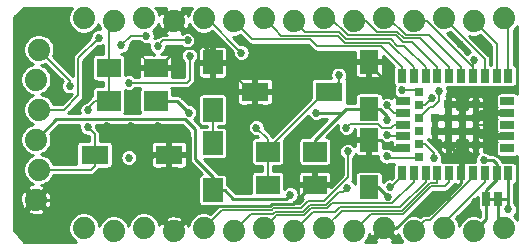
<source format=gtl>
G04 #@! TF.GenerationSoftware,KiCad,Pcbnew,5.1.10*
G04 #@! TF.CreationDate,2021-05-04T16:54:42-04:00*
G04 #@! TF.ProjectId,NINA-W102_minimal_breakout,4e494e41-2d57-4313-9032-5f6d696e696d,0.5*
G04 #@! TF.SameCoordinates,Original*
G04 #@! TF.FileFunction,Copper,L1,Top*
G04 #@! TF.FilePolarity,Positive*
%FSLAX46Y46*%
G04 Gerber Fmt 4.6, Leading zero omitted, Abs format (unit mm)*
G04 Created by KiCad (PCBNEW 5.1.10) date 2021-05-04 16:54:42*
%MOMM*%
%LPD*%
G01*
G04 APERTURE LIST*
G04 #@! TA.AperFunction,EtchedComponent*
%ADD10C,0.254000*%
G04 #@! TD*
G04 #@! TA.AperFunction,SMDPad,CuDef*
%ADD11R,2.298700X1.597660*%
G04 #@! TD*
G04 #@! TA.AperFunction,ComponentPad*
%ADD12C,1.879600*%
G04 #@! TD*
G04 #@! TA.AperFunction,SMDPad,CuDef*
%ADD13R,1.600000X2.000000*%
G04 #@! TD*
G04 #@! TA.AperFunction,SMDPad,CuDef*
%ADD14R,2.000000X1.600000*%
G04 #@! TD*
G04 #@! TA.AperFunction,SMDPad,CuDef*
%ADD15R,1.700000X2.000000*%
G04 #@! TD*
G04 #@! TA.AperFunction,SMDPad,CuDef*
%ADD16R,2.000000X1.700000*%
G04 #@! TD*
G04 #@! TA.AperFunction,SMDPad,CuDef*
%ADD17R,0.700000X1.150000*%
G04 #@! TD*
G04 #@! TA.AperFunction,SMDPad,CuDef*
%ADD18R,1.150000X0.700000*%
G04 #@! TD*
G04 #@! TA.AperFunction,SMDPad,CuDef*
%ADD19R,0.700000X0.700000*%
G04 #@! TD*
G04 #@! TA.AperFunction,SMDPad,CuDef*
%ADD20R,0.635000X1.270000*%
G04 #@! TD*
G04 #@! TA.AperFunction,ViaPad*
%ADD21C,0.685800*%
G04 #@! TD*
G04 #@! TA.AperFunction,Conductor*
%ADD22C,0.254000*%
G04 #@! TD*
G04 #@! TA.AperFunction,Conductor*
%ADD23C,0.152400*%
G04 #@! TD*
G04 #@! TA.AperFunction,Conductor*
%ADD24C,0.508000*%
G04 #@! TD*
G04 #@! TA.AperFunction,Conductor*
%ADD25C,0.100000*%
G04 #@! TD*
G04 APERTURE END LIST*
D10*
X144526000Y-112763300D02*
X145542000Y-112763300D01*
D11*
X131267200Y-103632000D03*
X124968000Y-103632000D03*
X111404400Y-108966000D03*
X117703600Y-108966000D03*
D12*
X106680000Y-100076000D03*
X106430000Y-102616000D03*
X106680000Y-105156000D03*
X106430000Y-107696000D03*
X106680000Y-110236000D03*
X106430000Y-112776000D03*
D13*
X134620000Y-105092000D03*
X134620000Y-101092000D03*
X134620000Y-111728000D03*
X134620000Y-107728000D03*
D14*
X112586000Y-101600000D03*
X116586000Y-101600000D03*
X126048000Y-111506000D03*
X130048000Y-111506000D03*
D15*
X121412000Y-107982000D03*
X121412000Y-111982000D03*
X121412000Y-105156000D03*
X121412000Y-101156000D03*
D16*
X116586000Y-104394000D03*
X112586000Y-104394000D03*
X130048000Y-108712000D03*
X126048000Y-108712000D03*
D17*
X137437000Y-110555000D03*
X138437000Y-110555000D03*
X139437000Y-110555000D03*
X140437000Y-110555000D03*
X141437000Y-110555000D03*
X142437000Y-110555000D03*
X143437000Y-110555000D03*
X144437000Y-110555000D03*
X145437000Y-110555000D03*
X146437000Y-110555000D03*
D18*
X146362000Y-108430000D03*
X146362000Y-107430000D03*
X146362000Y-106430000D03*
X146362000Y-105430000D03*
X146362000Y-104430000D03*
D17*
X146437000Y-102305000D03*
X145437000Y-102305000D03*
X144437000Y-102305000D03*
X143437000Y-102305000D03*
X142437000Y-102305000D03*
X141437000Y-102305000D03*
X140437000Y-102305000D03*
X139437000Y-102305000D03*
X138437000Y-102305000D03*
X137437000Y-102305000D03*
D18*
X137512000Y-104430000D03*
X137512000Y-105430000D03*
X137512000Y-106430000D03*
X137512000Y-107430000D03*
X137512000Y-108430000D03*
D19*
X138887000Y-109180000D03*
X138887000Y-108080000D03*
X138887000Y-106980000D03*
X138887000Y-105880000D03*
X138887000Y-104780000D03*
X138887000Y-103680000D03*
X140217000Y-107005000D03*
X140217000Y-105855000D03*
X141367000Y-108155000D03*
X141367000Y-107005000D03*
X141367000Y-105855000D03*
X141367000Y-104705000D03*
X142517000Y-107005000D03*
X142517000Y-105855000D03*
X143667000Y-108155000D03*
X143667000Y-107005000D03*
X143667000Y-105855000D03*
X143667000Y-104705000D03*
D20*
X144526000Y-112763300D03*
X145542000Y-112763300D03*
D12*
X110490000Y-97409000D03*
X113030000Y-97663000D03*
X115570000Y-97409000D03*
X118110000Y-97663000D03*
X120650000Y-97409000D03*
X123190000Y-97663000D03*
X125730000Y-97409000D03*
X128270000Y-97663000D03*
X130810000Y-97409000D03*
X133350000Y-97663000D03*
X135890000Y-97409000D03*
X138430000Y-97663000D03*
X140970000Y-97409000D03*
X143510000Y-97663000D03*
X146050000Y-97409000D03*
X110490000Y-115189000D03*
X113030000Y-115443000D03*
X115570000Y-115189000D03*
X118110000Y-115443000D03*
X120650000Y-115189000D03*
X123190000Y-115443000D03*
X125730000Y-115189000D03*
X128270000Y-115443000D03*
X130810000Y-115189000D03*
X133350000Y-115443000D03*
X135890000Y-115189000D03*
X138430000Y-115443000D03*
X140970000Y-115189000D03*
X143510000Y-115443000D03*
X146050000Y-115189000D03*
D21*
X114300000Y-109220000D03*
X136242745Y-112534656D03*
X127959193Y-112359510D03*
X146445016Y-113580174D03*
X129667000Y-101930200D03*
X127050800Y-101981000D03*
X123190000Y-102006400D03*
X141732000Y-109270800D03*
X144881600Y-103962200D03*
X144856200Y-105430000D03*
X131861540Y-108813600D03*
X128295400Y-110871000D03*
X123825000Y-111353600D03*
X109321600Y-98856800D03*
X112420400Y-106578400D03*
X114452400Y-106578400D03*
X116205000Y-111125000D03*
X113665000Y-111288369D03*
X112395000Y-111288369D03*
X108585000Y-114935000D03*
X142341600Y-99593400D03*
X144830800Y-99923600D03*
X143611600Y-112953800D03*
X107594400Y-103784400D03*
X110794800Y-101523800D03*
X126746000Y-106654600D03*
X144780000Y-108102400D03*
X144830800Y-106476800D03*
X124079000Y-108940600D03*
X140385800Y-112445800D03*
X114554000Y-100203000D03*
X118414800Y-101625400D03*
X109397800Y-109194600D03*
X110157864Y-111288369D03*
X114528600Y-105308400D03*
X116738400Y-106578400D03*
X142528598Y-103692297D03*
X136110661Y-103083229D03*
X110829219Y-105211739D03*
X110828705Y-106635679D03*
X136182661Y-104780596D03*
X109296128Y-103157433D03*
X125095000Y-106680000D03*
X132080000Y-102235000D03*
X143510000Y-100965000D03*
X132715000Y-106680000D03*
X136189038Y-107273330D03*
X140131787Y-109268194D03*
X136121794Y-109098467D03*
X132836230Y-108685336D03*
X136415584Y-111714458D03*
X132781099Y-111792621D03*
X140581396Y-103574427D03*
X139967567Y-104208354D03*
X137460221Y-103470702D03*
X123825000Y-100330000D03*
X115761726Y-98909403D03*
X119303128Y-99292195D03*
X116736413Y-99769150D03*
X111760000Y-99060000D03*
X113665000Y-99695000D03*
X119452207Y-100596021D03*
X114300000Y-102870000D03*
X144340777Y-109436940D03*
X136153972Y-106074777D03*
X130175000Y-105410000D03*
X119380000Y-105410000D03*
D22*
X106430000Y-107696000D02*
X108169902Y-105956098D01*
X119058329Y-105956098D02*
X119923612Y-106821381D01*
X108169902Y-105956098D02*
X119058329Y-105956098D01*
X135436089Y-111728000D02*
X135899846Y-112191757D01*
X134620000Y-111728000D02*
X135436089Y-111728000D01*
X135899846Y-112191757D02*
X136242745Y-112534656D01*
X121412000Y-111982000D02*
X121412000Y-110829600D01*
X121412000Y-110829600D02*
X119920710Y-109338310D01*
X119920710Y-109338310D02*
X119920710Y-106827184D01*
D23*
X127567718Y-112703652D02*
X127615051Y-112703652D01*
D22*
X127615051Y-112703652D02*
X127959193Y-112359510D01*
X146437000Y-113572158D02*
X146445016Y-113580174D01*
X146437000Y-112776000D02*
X146437000Y-113572158D01*
X146437000Y-112776000D02*
X146437000Y-110555000D01*
X146416897Y-112766151D02*
X146414046Y-112763300D01*
X146414046Y-112763300D02*
X145542000Y-112763300D01*
X121412000Y-111982000D02*
X122414400Y-111982000D01*
X122414400Y-111982000D02*
X123136052Y-112703652D01*
X123136052Y-112703652D02*
X127567718Y-112703652D01*
X127567718Y-112703652D02*
X127574228Y-112697142D01*
X146437000Y-110877000D02*
X146437000Y-110555000D01*
X145542000Y-112763300D02*
X145542000Y-114681000D01*
X145542000Y-114681000D02*
X146050000Y-115189000D01*
D23*
X129895600Y-101447600D02*
X129895600Y-101701600D01*
X129895600Y-101701600D02*
X129667000Y-101930200D01*
X126949200Y-101600000D02*
X126949200Y-101879400D01*
X126949200Y-101879400D02*
X127050800Y-101981000D01*
D22*
X123190000Y-102006400D02*
X123190000Y-101600000D01*
D23*
X124968000Y-103632000D02*
X124617480Y-103632000D01*
X124617480Y-103632000D02*
X123190000Y-102204520D01*
X123190000Y-102204520D02*
X123190000Y-102006400D01*
X141367000Y-108155000D02*
X141367000Y-108905800D01*
X141367000Y-108905800D02*
X141732000Y-109270800D01*
X144856200Y-105430000D02*
X144856200Y-103987600D01*
X144856200Y-103987600D02*
X144881600Y-103962200D01*
D24*
X146362000Y-105430000D02*
X144856200Y-105430000D01*
X144856200Y-105430000D02*
X144092000Y-105430000D01*
D23*
X144830800Y-106476800D02*
X144830800Y-105455400D01*
X144830800Y-105455400D02*
X144856200Y-105430000D01*
X127101600Y-101447600D02*
X129895600Y-101447600D01*
X129895600Y-101447600D02*
X129921000Y-101422200D01*
X123317000Y-101600000D02*
X126949200Y-101600000D01*
X126949200Y-101600000D02*
X127101600Y-101447600D01*
X124079000Y-108940600D02*
X124079000Y-111099600D01*
X124079000Y-111099600D02*
X123825000Y-111353600D01*
X105333800Y-97891600D02*
X108356400Y-97891600D01*
X108356400Y-97891600D02*
X109321600Y-98856800D01*
X104825800Y-98399600D02*
X105333800Y-97891600D01*
X104825800Y-111429800D02*
X104825800Y-98399600D01*
X105210799Y-111814799D02*
X104825800Y-111429800D01*
X105283001Y-111836201D02*
X105261599Y-111814799D01*
X105261599Y-111814799D02*
X105210799Y-111814799D01*
X106430000Y-112776000D02*
X105490201Y-111836201D01*
X105490201Y-111836201D02*
X105283001Y-111836201D01*
X116738400Y-106578400D02*
X114452400Y-106578400D01*
X116738400Y-106578400D02*
X116253467Y-106578400D01*
X116253467Y-106578400D02*
X116151867Y-106680000D01*
X113665000Y-111288369D02*
X116041631Y-111288369D01*
X116041631Y-111288369D02*
X116205000Y-111125000D01*
X114079481Y-111288369D02*
X113665000Y-111288369D01*
X112395000Y-111288369D02*
X113665000Y-111288369D01*
X110157864Y-111288369D02*
X112395000Y-111288369D01*
X110157864Y-111288369D02*
X110157864Y-113362136D01*
X110157864Y-113362136D02*
X108585000Y-114935000D01*
X109397800Y-109194600D02*
X108229400Y-108026200D01*
X124968000Y-103632000D02*
X124968000Y-104876600D01*
X124968000Y-104876600D02*
X126746000Y-106654600D01*
X143667000Y-105855000D02*
X143667000Y-106357400D01*
X143667000Y-106357400D02*
X143786400Y-106476800D01*
X143786400Y-106476800D02*
X144830800Y-106476800D01*
D22*
X116786000Y-101600000D02*
X116586000Y-101600000D01*
X118412289Y-99973711D02*
X116786000Y-101600000D01*
X119925430Y-99604059D02*
X119555778Y-99973711D01*
X119925430Y-99013227D02*
X119925430Y-99604059D01*
X119049799Y-98602799D02*
X119100501Y-98602799D01*
X121412000Y-101006000D02*
X121412000Y-100499797D01*
X119555778Y-99973711D02*
X118412289Y-99973711D01*
X119159715Y-98602799D02*
X119205771Y-98602799D01*
X119100501Y-98602799D02*
X119159715Y-98602799D01*
X119205771Y-98602799D02*
X119251826Y-98602799D01*
X119251826Y-98602799D02*
X119515002Y-98602799D01*
X121412000Y-100499797D02*
X119515002Y-98602799D01*
X119515002Y-98602799D02*
X119925430Y-99013227D01*
D23*
X124968000Y-103632000D02*
X124968000Y-104583230D01*
X124968000Y-104583230D02*
X124079000Y-105472230D01*
X124079000Y-105472230D02*
X124079000Y-108940600D01*
D22*
X141300200Y-112520800D02*
X139927389Y-113893611D01*
X142437000Y-111384000D02*
X141300200Y-112520800D01*
D23*
X141300200Y-112520800D02*
X140460800Y-112520800D01*
X140460800Y-112520800D02*
X140385800Y-112445800D01*
X116586000Y-101600000D02*
X116386000Y-101600000D01*
X116386000Y-101600000D02*
X114989000Y-100203000D01*
X114989000Y-100203000D02*
X114554000Y-100203000D01*
X116586000Y-101600000D02*
X118389400Y-101600000D01*
X118389400Y-101600000D02*
X118414800Y-101625400D01*
X121412000Y-101156000D02*
X122873000Y-101156000D01*
X122873000Y-101156000D02*
X123317000Y-101600000D01*
X116401850Y-108966000D02*
X114079481Y-111288369D01*
X117703600Y-108966000D02*
X117703600Y-107543600D01*
X117703600Y-107543600D02*
X116738400Y-106578400D01*
D22*
X117703600Y-108966000D02*
X117703600Y-108015172D01*
X117703600Y-108015172D02*
X118827758Y-106891014D01*
X118827758Y-106891014D02*
X119447709Y-107510964D01*
X119447709Y-107510964D02*
X119447709Y-112564267D01*
X119447709Y-112564267D02*
X120218221Y-113334779D01*
D24*
X142518893Y-108100504D02*
X142518893Y-103726581D01*
X143666984Y-108054783D02*
X143667000Y-108054767D01*
X143667000Y-108054767D02*
X143667000Y-105855000D01*
D22*
X142437000Y-110555000D02*
X142437000Y-109214990D01*
X142437000Y-109214990D02*
X141323227Y-108101217D01*
X136110661Y-102782661D02*
X136110661Y-103083229D01*
X134620000Y-101292000D02*
X136110661Y-102782661D01*
X134620000Y-101092000D02*
X134620000Y-101292000D01*
X137512000Y-104430000D02*
X137287000Y-104430000D01*
X137287000Y-104430000D02*
X136110661Y-103253661D01*
X136110661Y-103253661D02*
X136110661Y-103083229D01*
X135986542Y-108040542D02*
X135674000Y-107728000D01*
X136424533Y-108040542D02*
X135986542Y-108040542D01*
X136813991Y-108430000D02*
X136424533Y-108040542D01*
X137512000Y-108430000D02*
X136813991Y-108430000D01*
X135674000Y-107728000D02*
X134620000Y-107728000D01*
X130048000Y-111506000D02*
X131200400Y-111506000D01*
X131861540Y-110844860D02*
X131861540Y-107728000D01*
X131200400Y-111506000D02*
X131861540Y-110844860D01*
X131861540Y-107728000D02*
X133667600Y-107728000D01*
X133667600Y-107728000D02*
X134620000Y-107728000D01*
X129848000Y-111506000D02*
X130048000Y-111506000D01*
X120218221Y-113334779D02*
X120243634Y-113309366D01*
X120243634Y-113309366D02*
X126244591Y-113309366D01*
X126244591Y-113309366D02*
X126401789Y-113152168D01*
X126401789Y-113152168D02*
X128201832Y-113152168D01*
X128201832Y-113152168D02*
X129848000Y-111506000D01*
X136954766Y-115189000D02*
X135890000Y-115189000D01*
X138250155Y-113893611D02*
X136954766Y-115189000D01*
X139927389Y-113893611D02*
X138250155Y-113893611D01*
X142437000Y-110555000D02*
X142437000Y-111384000D01*
X123190000Y-101600000D02*
X122746000Y-101156000D01*
X122746000Y-101156000D02*
X121412000Y-101156000D01*
D24*
X143667000Y-104705000D02*
X141367000Y-104705000D01*
X141367000Y-104705000D02*
X141367000Y-105855000D01*
X142517000Y-105855000D02*
X141367000Y-105855000D01*
X141367000Y-105855000D02*
X140217000Y-105855000D01*
X140217000Y-105855000D02*
X140217000Y-107005000D01*
X140217000Y-107005000D02*
X141367000Y-107005000D01*
X141367000Y-107005000D02*
X142517000Y-107005000D01*
X141367000Y-105855000D02*
X141367000Y-107005000D01*
X141367000Y-107005000D02*
X141367000Y-108155000D01*
X141367000Y-108155000D02*
X143667000Y-108155000D01*
X146362000Y-107430000D02*
X144092000Y-107430000D01*
X144092000Y-107430000D02*
X143667000Y-107005000D01*
X142517000Y-107005000D02*
X143667000Y-107005000D01*
X142517000Y-105855000D02*
X143667000Y-105855000D01*
X143667000Y-105855000D02*
X143667000Y-104705000D01*
X144092000Y-105430000D02*
X143667000Y-105855000D01*
D22*
X119049799Y-98602799D02*
X118110000Y-97663000D01*
X134620000Y-101092000D02*
X128905000Y-101092000D01*
X128905000Y-101092000D02*
X121476000Y-101092000D01*
X128809750Y-101092000D02*
X128905000Y-101092000D01*
X117703600Y-108966000D02*
X116401850Y-108966000D01*
X116401850Y-108966000D02*
X112591850Y-112776000D01*
X112591850Y-112776000D02*
X107759077Y-112776000D01*
X107759077Y-112776000D02*
X106430000Y-112776000D01*
X118110000Y-115443000D02*
X120218221Y-113334779D01*
D23*
X111433600Y-104394000D02*
X110829219Y-104998381D01*
X110829219Y-104998381D02*
X110829219Y-105211739D01*
X112586000Y-104394000D02*
X111433600Y-104394000D01*
X111404400Y-107211374D02*
X111171604Y-106978578D01*
X111404400Y-108966000D02*
X111404400Y-107211374D01*
X111171604Y-106978578D02*
X110828705Y-106635679D01*
X112586000Y-98107000D02*
X113030000Y-97663000D01*
X112586000Y-101600000D02*
X112586000Y-98107000D01*
X137512000Y-105430000D02*
X136784600Y-105430000D01*
X136182661Y-104828061D02*
X136182661Y-104780596D01*
X136784600Y-105430000D02*
X136182661Y-104828061D01*
X106680000Y-110236000D02*
X111085630Y-110236000D01*
X111085630Y-110236000D02*
X111404400Y-109917230D01*
X111404400Y-109917230D02*
X111404400Y-108966000D01*
X112586000Y-101600000D02*
X112586000Y-104394000D01*
X106680000Y-100076000D02*
X109304846Y-102700846D01*
X109304846Y-102700846D02*
X109304846Y-103154527D01*
X125095000Y-106680000D02*
X126048000Y-107633000D01*
X126048000Y-107633000D02*
X126048000Y-108712000D01*
X126048000Y-108712000D02*
X126048000Y-109714400D01*
X126048000Y-109714400D02*
X126048000Y-111506000D01*
X131267200Y-103632000D02*
X130916680Y-103632000D01*
X130916680Y-103632000D02*
X126048000Y-108500680D01*
X126048000Y-108500680D02*
X126048000Y-108712000D01*
X132080000Y-102235000D02*
X132080000Y-102819200D01*
X132080000Y-102819200D02*
X131267200Y-103632000D01*
X143437000Y-102305000D02*
X143437000Y-101038000D01*
X143437000Y-101038000D02*
X143510000Y-100965000D01*
X139522400Y-97663000D02*
X138430000Y-97663000D01*
X143437000Y-101577600D02*
X139522400Y-97663000D01*
X143437000Y-102305000D02*
X143437000Y-101577600D01*
X121412000Y-107982000D02*
X121412000Y-105156000D01*
X137512000Y-106430000D02*
X136784600Y-106430000D01*
X136515959Y-106698641D02*
X135728005Y-106698641D01*
X133057899Y-106337101D02*
X132715000Y-106680000D01*
X136784600Y-106430000D02*
X136515959Y-106698641D01*
X135728005Y-106698641D02*
X135366465Y-106337101D01*
X135366465Y-106337101D02*
X133057899Y-106337101D01*
X136345708Y-107430000D02*
X136189038Y-107273330D01*
X137512000Y-107430000D02*
X136345708Y-107430000D01*
X140131787Y-108822387D02*
X140131787Y-109268194D01*
X138887000Y-108080000D02*
X139389400Y-108080000D01*
X139389400Y-108080000D02*
X140131787Y-108822387D01*
X138935208Y-109287736D02*
X136276777Y-109287736D01*
X136276777Y-109287736D02*
X136103643Y-109114602D01*
X120650000Y-115189000D02*
X122174023Y-113664977D01*
X122174023Y-113664977D02*
X126391889Y-113664977D01*
X126391889Y-113664977D02*
X126549087Y-113507779D01*
X126549087Y-113507779D02*
X128912020Y-113507779D01*
X128912020Y-113507779D02*
X129500027Y-112919772D01*
X129500027Y-112919772D02*
X130845709Y-112919772D01*
X130845709Y-112919772D02*
X132866342Y-110899139D01*
X132866342Y-110899139D02*
X132866342Y-108685336D01*
X137437000Y-110555000D02*
X137437000Y-110780000D01*
X136502542Y-111714458D02*
X136415584Y-111714458D01*
X137437000Y-110780000D02*
X136502542Y-111714458D01*
X132061028Y-112135520D02*
X132438200Y-112135520D01*
X129626283Y-113224583D02*
X130971965Y-113224583D01*
X132438200Y-112135520D02*
X132781099Y-111792621D01*
X123190000Y-115443000D02*
X124663212Y-113969788D01*
X124663212Y-113969788D02*
X126518145Y-113969788D01*
X126518145Y-113969788D02*
X126675343Y-113812590D01*
X126675343Y-113812590D02*
X129038276Y-113812590D01*
X129038276Y-113812590D02*
X129626283Y-113224583D01*
X130971965Y-113224583D02*
X132061028Y-112135520D01*
X131098221Y-113529394D02*
X129752539Y-113529394D01*
X136613227Y-113106173D02*
X131521443Y-113106173D01*
X131521443Y-113106173D02*
X131098221Y-113529394D01*
X129164532Y-114117401D02*
X126801599Y-114117401D01*
X129752539Y-113529394D02*
X129164532Y-114117401D01*
X138437000Y-111282400D02*
X136613227Y-113106173D01*
X138437000Y-110555000D02*
X138437000Y-111282400D01*
X126801599Y-114117401D02*
X126669799Y-114249201D01*
X126669799Y-114249201D02*
X125730000Y-115189000D01*
X129209799Y-114503201D02*
X128270000Y-115443000D01*
X131733728Y-113834205D02*
X129878795Y-113834205D01*
X139437000Y-110555000D02*
X139437000Y-111266539D01*
X132156949Y-113410984D02*
X131733728Y-113834205D01*
X137292555Y-113410984D02*
X132156949Y-113410984D01*
X139437000Y-111266539D02*
X137292555Y-113410984D01*
X129878795Y-113834205D02*
X129209799Y-114503201D01*
X132336890Y-113715795D02*
X130844529Y-115208156D01*
X140437000Y-111282400D02*
X140360799Y-111358601D01*
X139776005Y-111358601D02*
X137418811Y-113715795D01*
X140360799Y-111358601D02*
X139776005Y-111358601D01*
X140437000Y-110555000D02*
X140437000Y-111282400D01*
X137418811Y-113715795D02*
X132336890Y-113715795D01*
X141437000Y-111282400D02*
X141437000Y-110555000D01*
X133350000Y-115443000D02*
X134772401Y-114020599D01*
X134772401Y-114020599D02*
X137545074Y-114020599D01*
X141055988Y-111663412D02*
X141437000Y-111282400D01*
X137545074Y-114020599D02*
X139902261Y-111663412D01*
X139902261Y-111663412D02*
X141055988Y-111663412D01*
X143437000Y-110555000D02*
X143437000Y-110891482D01*
X143437000Y-110891482D02*
X139825281Y-114503201D01*
X139825281Y-114503201D02*
X139369799Y-114503201D01*
X139369799Y-114503201D02*
X138430000Y-115443000D01*
X144437000Y-110555000D02*
X144437000Y-111282400D01*
X144437000Y-111282400D02*
X140970000Y-114749400D01*
X140970000Y-114749400D02*
X140970000Y-115189000D01*
X140581396Y-104059360D02*
X140581396Y-103574427D01*
X140048313Y-104946053D02*
X140581396Y-104412970D01*
X138887000Y-105880000D02*
X139820947Y-104946053D01*
X139820947Y-104946053D02*
X140048313Y-104946053D01*
X140581396Y-104412970D02*
X140581396Y-104059360D01*
X139395921Y-104780000D02*
X139624668Y-104551253D01*
X138887000Y-104780000D02*
X139395921Y-104780000D01*
X139624668Y-104551253D02*
X139967567Y-104208354D01*
X138887000Y-103680000D02*
X138682417Y-103475417D01*
X137464936Y-103475417D02*
X137460221Y-103470702D01*
X138682417Y-103475417D02*
X137464936Y-103475417D01*
X120904000Y-97409000D02*
X120650000Y-97409000D01*
X123825000Y-100330000D02*
X120904000Y-97409000D01*
X124129799Y-98602799D02*
X123190000Y-97663000D01*
X124739417Y-99212417D02*
X124129799Y-98602799D01*
X129638348Y-99212420D02*
X124739417Y-99212417D01*
X137437000Y-101577600D02*
X135656045Y-99796645D01*
X135656045Y-99796645D02*
X130222573Y-99796645D01*
X137437000Y-102305000D02*
X137437000Y-101577600D01*
X130222573Y-99796645D02*
X129638348Y-99212420D01*
X138437000Y-102305000D02*
X138437000Y-101577600D01*
X126669799Y-98348799D02*
X125730000Y-97409000D01*
X127228610Y-98907610D02*
X126669799Y-98348799D01*
X132587466Y-99491834D02*
X132003243Y-98907610D01*
X132003243Y-98907610D02*
X127228610Y-98907610D01*
X138437000Y-101577600D02*
X136351234Y-99491834D01*
X136351234Y-99491834D02*
X132587466Y-99491834D01*
X114450597Y-98909403D02*
X115276793Y-98909403D01*
X115276793Y-98909403D02*
X115761726Y-98909403D01*
X113665000Y-99695000D02*
X114450597Y-98909403D01*
X111760000Y-99060000D02*
X110003787Y-100816213D01*
X110003787Y-100816213D02*
X110003787Y-103965813D01*
X108813600Y-105156000D02*
X106680000Y-105156000D01*
X110003787Y-103965813D02*
X108813600Y-105156000D01*
X139437000Y-102305000D02*
X139437000Y-101577600D01*
X139437000Y-101577600D02*
X137605230Y-99745830D01*
X137605230Y-99745830D02*
X137036286Y-99745820D01*
X137036286Y-99745820D02*
X136477489Y-99187023D01*
X136477489Y-99187023D02*
X132713722Y-99187023D01*
X132713722Y-99187023D02*
X132129498Y-98602799D01*
X132129498Y-98602799D02*
X129209799Y-98602799D01*
X129209799Y-98602799D02*
X128270000Y-97663000D01*
X116736413Y-99769150D02*
X117213368Y-99292195D01*
X117213368Y-99292195D02*
X118818195Y-99292195D01*
X118818195Y-99292195D02*
X119303128Y-99292195D01*
X140437000Y-102305000D02*
X140437000Y-101577600D01*
X140437000Y-101577600D02*
X138300423Y-99441023D01*
X138300423Y-99441023D02*
X137484099Y-99441023D01*
X132839978Y-98882212D02*
X131366766Y-97409000D01*
X137484099Y-99441023D02*
X136925289Y-98882212D01*
X136925289Y-98882212D02*
X132839978Y-98882212D01*
X131366766Y-97409000D02*
X130810000Y-97409000D01*
X119452207Y-101080954D02*
X119452207Y-100596021D01*
X119452207Y-102670793D02*
X119452207Y-101080954D01*
X119253000Y-102870000D02*
X119452207Y-102670793D01*
X114300000Y-102870000D02*
X119253000Y-102870000D01*
X135329167Y-98577401D02*
X134414766Y-97663000D01*
X137610355Y-99136212D02*
X137051545Y-98577401D01*
X138995612Y-99136212D02*
X137610355Y-99136212D01*
X141437000Y-101577600D02*
X138995612Y-99136212D01*
X134414766Y-97663000D02*
X133350000Y-97663000D01*
X141437000Y-102305000D02*
X141437000Y-101577600D01*
X137051545Y-98577401D02*
X135329167Y-98577401D01*
X139690801Y-98831401D02*
X137736611Y-98831401D01*
X142437000Y-101577600D02*
X139690801Y-98831401D01*
X142437000Y-102305000D02*
X142437000Y-101577600D01*
X137736611Y-98831401D02*
X136280726Y-97375516D01*
X144437000Y-102305000D02*
X144437000Y-100876000D01*
X144437000Y-100876000D02*
X140970000Y-97409000D01*
X145437000Y-102305000D02*
X145437000Y-99590000D01*
X145437000Y-99590000D02*
X143510000Y-97663000D01*
X146437000Y-102305000D02*
X146437000Y-97796000D01*
X146437000Y-97796000D02*
X146050000Y-97409000D01*
D22*
X144825710Y-109436940D02*
X144340777Y-109436940D01*
X145147940Y-109436940D02*
X144825710Y-109436940D01*
X145437000Y-110555000D02*
X145437000Y-109726000D01*
X145437000Y-109726000D02*
X145147940Y-109436940D01*
X134620000Y-105092000D02*
X135572400Y-105092000D01*
X136153972Y-105673572D02*
X136153972Y-106074777D01*
X135572400Y-105092000D02*
X136153972Y-105673572D01*
X145437000Y-110555000D02*
X145437000Y-111064900D01*
X145437000Y-111064900D02*
X144526000Y-111975900D01*
X144526000Y-111975900D02*
X144526000Y-112763300D01*
X132665600Y-105092000D02*
X132347600Y-105410000D01*
X132347600Y-105410000D02*
X130048000Y-107709600D01*
X130175000Y-105410000D02*
X132347600Y-105410000D01*
X116586000Y-104394000D02*
X118364000Y-104394000D01*
X118364000Y-104394000D02*
X119380000Y-105410000D01*
X134620000Y-105092000D02*
X132665600Y-105092000D01*
X130048000Y-107709600D02*
X130048000Y-108712000D01*
X144526000Y-112763300D02*
X144526000Y-114427000D01*
X144526000Y-114427000D02*
X143510000Y-115443000D01*
X136083748Y-115174858D02*
X136069605Y-115189000D01*
X136846275Y-115965670D01*
X137033442Y-115862779D01*
X137126792Y-115661527D01*
X137159957Y-115828263D01*
X137259522Y-116068634D01*
X137404067Y-116284961D01*
X137452306Y-116333200D01*
X136562361Y-116333200D01*
X136563779Y-116332442D01*
X136666670Y-116145275D01*
X135890000Y-115368605D01*
X135113330Y-116145275D01*
X135216221Y-116332442D01*
X135217855Y-116333200D01*
X134327694Y-116333200D01*
X134375933Y-116284961D01*
X134520478Y-116068634D01*
X134620043Y-115828263D01*
X134654354Y-115655770D01*
X134694510Y-115765407D01*
X134746558Y-115862779D01*
X134933725Y-115965670D01*
X135710395Y-115189000D01*
X135696253Y-115174858D01*
X135875858Y-114995253D01*
X135890000Y-115009395D01*
X135904143Y-114995253D01*
X136083748Y-115174858D01*
G04 #@! TA.AperFunction,Conductor*
D25*
G36*
X136083748Y-115174858D02*
G01*
X136069605Y-115189000D01*
X136846275Y-115965670D01*
X137033442Y-115862779D01*
X137126792Y-115661527D01*
X137159957Y-115828263D01*
X137259522Y-116068634D01*
X137404067Y-116284961D01*
X137452306Y-116333200D01*
X136562361Y-116333200D01*
X136563779Y-116332442D01*
X136666670Y-116145275D01*
X135890000Y-115368605D01*
X135113330Y-116145275D01*
X135216221Y-116332442D01*
X135217855Y-116333200D01*
X134327694Y-116333200D01*
X134375933Y-116284961D01*
X134520478Y-116068634D01*
X134620043Y-115828263D01*
X134654354Y-115655770D01*
X134694510Y-115765407D01*
X134746558Y-115862779D01*
X134933725Y-115965670D01*
X135710395Y-115189000D01*
X135696253Y-115174858D01*
X135875858Y-114995253D01*
X135890000Y-115009395D01*
X135904143Y-114995253D01*
X136083748Y-115174858D01*
G37*
G04 #@! TD.AperFunction*
D22*
X109464067Y-96567039D02*
X109319522Y-96783366D01*
X109219957Y-97023737D01*
X109169200Y-97278913D01*
X109169200Y-97539087D01*
X109219957Y-97794263D01*
X109319522Y-98034634D01*
X109464067Y-98250961D01*
X109648039Y-98434933D01*
X109864366Y-98579478D01*
X110104737Y-98679043D01*
X110359913Y-98729800D01*
X110620087Y-98729800D01*
X110875263Y-98679043D01*
X111115634Y-98579478D01*
X111331961Y-98434933D01*
X111515933Y-98250961D01*
X111660478Y-98034634D01*
X111725853Y-97876806D01*
X111759957Y-98048263D01*
X111859522Y-98288634D01*
X111900425Y-98349850D01*
X111831298Y-98336100D01*
X111688702Y-98336100D01*
X111548846Y-98363919D01*
X111417105Y-98418488D01*
X111298540Y-98497710D01*
X111197710Y-98598540D01*
X111118488Y-98717105D01*
X111063919Y-98848846D01*
X111036100Y-98988702D01*
X111036100Y-99131298D01*
X111037099Y-99136323D01*
X109696384Y-100477039D01*
X109678934Y-100491360D01*
X109621800Y-100560978D01*
X109579346Y-100640405D01*
X109553202Y-100726587D01*
X109546587Y-100793754D01*
X109546587Y-100793763D01*
X109544376Y-100816213D01*
X109546587Y-100838663D01*
X109546587Y-102296010D01*
X107880275Y-100629698D01*
X107950043Y-100461263D01*
X108000800Y-100206087D01*
X108000800Y-99945913D01*
X107950043Y-99690737D01*
X107850478Y-99450366D01*
X107705933Y-99234039D01*
X107521961Y-99050067D01*
X107305634Y-98905522D01*
X107065263Y-98805957D01*
X106810087Y-98755200D01*
X106549913Y-98755200D01*
X106294737Y-98805957D01*
X106054366Y-98905522D01*
X105838039Y-99050067D01*
X105654067Y-99234039D01*
X105509522Y-99450366D01*
X105409957Y-99690737D01*
X105359200Y-99945913D01*
X105359200Y-100206087D01*
X105409957Y-100461263D01*
X105509522Y-100701634D01*
X105654067Y-100917961D01*
X105838039Y-101101933D01*
X106054366Y-101246478D01*
X106213492Y-101312390D01*
X106044737Y-101345957D01*
X105804366Y-101445522D01*
X105588039Y-101590067D01*
X105404067Y-101774039D01*
X105259522Y-101990366D01*
X105159957Y-102230737D01*
X105109200Y-102485913D01*
X105109200Y-102746087D01*
X105159957Y-103001263D01*
X105259522Y-103241634D01*
X105404067Y-103457961D01*
X105588039Y-103641933D01*
X105804366Y-103786478D01*
X106044737Y-103886043D01*
X106213492Y-103919610D01*
X106054366Y-103985522D01*
X105838039Y-104130067D01*
X105654067Y-104314039D01*
X105509522Y-104530366D01*
X105409957Y-104770737D01*
X105359200Y-105025913D01*
X105359200Y-105286087D01*
X105409957Y-105541263D01*
X105509522Y-105781634D01*
X105654067Y-105997961D01*
X105838039Y-106181933D01*
X106054366Y-106326478D01*
X106213492Y-106392390D01*
X106044737Y-106425957D01*
X105804366Y-106525522D01*
X105588039Y-106670067D01*
X105404067Y-106854039D01*
X105259522Y-107070366D01*
X105159957Y-107310737D01*
X105109200Y-107565913D01*
X105109200Y-107826087D01*
X105159957Y-108081263D01*
X105259522Y-108321634D01*
X105404067Y-108537961D01*
X105588039Y-108721933D01*
X105804366Y-108866478D01*
X106044737Y-108966043D01*
X106213492Y-108999610D01*
X106054366Y-109065522D01*
X105838039Y-109210067D01*
X105654067Y-109394039D01*
X105509522Y-109610366D01*
X105409957Y-109850737D01*
X105359200Y-110105913D01*
X105359200Y-110366087D01*
X105409957Y-110621263D01*
X105509522Y-110861634D01*
X105654067Y-111077961D01*
X105838039Y-111261933D01*
X106054366Y-111406478D01*
X106214559Y-111472832D01*
X106097897Y-111491030D01*
X105853593Y-111580510D01*
X105756221Y-111632558D01*
X105653330Y-111819725D01*
X106430000Y-112596395D01*
X107206670Y-111819725D01*
X107103779Y-111632558D01*
X106901327Y-111538652D01*
X107065263Y-111506043D01*
X107305634Y-111406478D01*
X107521961Y-111261933D01*
X107705933Y-111077961D01*
X107850478Y-110861634D01*
X107920246Y-110693200D01*
X111063180Y-110693200D01*
X111085630Y-110695411D01*
X111108080Y-110693200D01*
X111108090Y-110693200D01*
X111175257Y-110686585D01*
X111261439Y-110660441D01*
X111340866Y-110617987D01*
X111410483Y-110560853D01*
X111424804Y-110543403D01*
X111711809Y-110256399D01*
X111729253Y-110242083D01*
X111786387Y-110172466D01*
X111799639Y-110147673D01*
X112553750Y-110147673D01*
X112628439Y-110140317D01*
X112700258Y-110118531D01*
X112766446Y-110083152D01*
X112824461Y-110035541D01*
X112872072Y-109977526D01*
X112907451Y-109911338D01*
X112929237Y-109839519D01*
X112936593Y-109764830D01*
X112936593Y-109148702D01*
X113576100Y-109148702D01*
X113576100Y-109291298D01*
X113603919Y-109431154D01*
X113658488Y-109562895D01*
X113737710Y-109681460D01*
X113838540Y-109782290D01*
X113957105Y-109861512D01*
X114088846Y-109916081D01*
X114228702Y-109943900D01*
X114371298Y-109943900D01*
X114511154Y-109916081D01*
X114642895Y-109861512D01*
X114761460Y-109782290D01*
X114778920Y-109764830D01*
X116171407Y-109764830D01*
X116178763Y-109839519D01*
X116200549Y-109911338D01*
X116235928Y-109977526D01*
X116283539Y-110035541D01*
X116341554Y-110083152D01*
X116407742Y-110118531D01*
X116479561Y-110140317D01*
X116554250Y-110147673D01*
X117481350Y-110145830D01*
X117576600Y-110050580D01*
X117576600Y-109093000D01*
X117830600Y-109093000D01*
X117830600Y-110050580D01*
X117925850Y-110145830D01*
X118852950Y-110147673D01*
X118927639Y-110140317D01*
X118999458Y-110118531D01*
X119065646Y-110083152D01*
X119123661Y-110035541D01*
X119171272Y-109977526D01*
X119206651Y-109911338D01*
X119228437Y-109839519D01*
X119235793Y-109764830D01*
X119233950Y-109188250D01*
X119138700Y-109093000D01*
X117830600Y-109093000D01*
X117576600Y-109093000D01*
X116268500Y-109093000D01*
X116173250Y-109188250D01*
X116171407Y-109764830D01*
X114778920Y-109764830D01*
X114862290Y-109681460D01*
X114941512Y-109562895D01*
X114996081Y-109431154D01*
X115023900Y-109291298D01*
X115023900Y-109148702D01*
X114996081Y-109008846D01*
X114941512Y-108877105D01*
X114862290Y-108758540D01*
X114761460Y-108657710D01*
X114642895Y-108578488D01*
X114511154Y-108523919D01*
X114371298Y-108496100D01*
X114228702Y-108496100D01*
X114088846Y-108523919D01*
X113957105Y-108578488D01*
X113838540Y-108657710D01*
X113737710Y-108758540D01*
X113658488Y-108877105D01*
X113603919Y-109008846D01*
X113576100Y-109148702D01*
X112936593Y-109148702D01*
X112936593Y-108167170D01*
X116171407Y-108167170D01*
X116173250Y-108743750D01*
X116268500Y-108839000D01*
X117576600Y-108839000D01*
X117576600Y-107881420D01*
X117830600Y-107881420D01*
X117830600Y-108839000D01*
X119138700Y-108839000D01*
X119233950Y-108743750D01*
X119235793Y-108167170D01*
X119228437Y-108092481D01*
X119206651Y-108020662D01*
X119171272Y-107954474D01*
X119123661Y-107896459D01*
X119065646Y-107848848D01*
X118999458Y-107813469D01*
X118927639Y-107791683D01*
X118852950Y-107784327D01*
X117925850Y-107786170D01*
X117830600Y-107881420D01*
X117576600Y-107881420D01*
X117481350Y-107786170D01*
X116554250Y-107784327D01*
X116479561Y-107791683D01*
X116407742Y-107813469D01*
X116341554Y-107848848D01*
X116283539Y-107896459D01*
X116235928Y-107954474D01*
X116200549Y-108020662D01*
X116178763Y-108092481D01*
X116171407Y-108167170D01*
X112936593Y-108167170D01*
X112929237Y-108092481D01*
X112907451Y-108020662D01*
X112872072Y-107954474D01*
X112824461Y-107896459D01*
X112766446Y-107848848D01*
X112700258Y-107813469D01*
X112628439Y-107791683D01*
X112553750Y-107784327D01*
X111861600Y-107784327D01*
X111861600Y-107233823D01*
X111863811Y-107211373D01*
X111861600Y-107188923D01*
X111861600Y-107188914D01*
X111854985Y-107121747D01*
X111828841Y-107035565D01*
X111786387Y-106956138D01*
X111729253Y-106886521D01*
X111711803Y-106872200D01*
X111551605Y-106712002D01*
X111552605Y-106706977D01*
X111552605Y-106564381D01*
X111532658Y-106464098D01*
X118847909Y-106464098D01*
X119412711Y-107028901D01*
X119412710Y-109313366D01*
X119410253Y-109338310D01*
X119412710Y-109363254D01*
X119412710Y-109363256D01*
X119420061Y-109437894D01*
X119449109Y-109533652D01*
X119496281Y-109621905D01*
X119559762Y-109699258D01*
X119579145Y-109715165D01*
X120474407Y-110610427D01*
X120415492Y-110628299D01*
X120349304Y-110663678D01*
X120291289Y-110711289D01*
X120243678Y-110769304D01*
X120208299Y-110835492D01*
X120186513Y-110907311D01*
X120179157Y-110982000D01*
X120179157Y-112982000D01*
X120186513Y-113056689D01*
X120208299Y-113128508D01*
X120243678Y-113194696D01*
X120291289Y-113252711D01*
X120349304Y-113300322D01*
X120415492Y-113335701D01*
X120487311Y-113357487D01*
X120562000Y-113364843D01*
X121827579Y-113364843D01*
X121203698Y-113988725D01*
X121035263Y-113918957D01*
X120780087Y-113868200D01*
X120519913Y-113868200D01*
X120264737Y-113918957D01*
X120024366Y-114018522D01*
X119808039Y-114163067D01*
X119624067Y-114347039D01*
X119479522Y-114563366D01*
X119379957Y-114803737D01*
X119345646Y-114976230D01*
X119305490Y-114866593D01*
X119253442Y-114769221D01*
X119066275Y-114666330D01*
X118289605Y-115443000D01*
X118303748Y-115457143D01*
X118124143Y-115636748D01*
X118110000Y-115622605D01*
X118095858Y-115636748D01*
X117916253Y-115457143D01*
X117930395Y-115443000D01*
X117153725Y-114666330D01*
X116966558Y-114769221D01*
X116873208Y-114970473D01*
X116840043Y-114803737D01*
X116740478Y-114563366D01*
X116689269Y-114486725D01*
X117333330Y-114486725D01*
X118110000Y-115263395D01*
X118886670Y-114486725D01*
X118783779Y-114299558D01*
X118547758Y-114190081D01*
X118294914Y-114128753D01*
X118034964Y-114117931D01*
X117777897Y-114158030D01*
X117533593Y-114247510D01*
X117436221Y-114299558D01*
X117333330Y-114486725D01*
X116689269Y-114486725D01*
X116595933Y-114347039D01*
X116411961Y-114163067D01*
X116195634Y-114018522D01*
X115955263Y-113918957D01*
X115700087Y-113868200D01*
X115439913Y-113868200D01*
X115184737Y-113918957D01*
X114944366Y-114018522D01*
X114728039Y-114163067D01*
X114544067Y-114347039D01*
X114399522Y-114563366D01*
X114299957Y-114803737D01*
X114265853Y-114975194D01*
X114200478Y-114817366D01*
X114055933Y-114601039D01*
X113871961Y-114417067D01*
X113655634Y-114272522D01*
X113415263Y-114172957D01*
X113160087Y-114122200D01*
X112899913Y-114122200D01*
X112644737Y-114172957D01*
X112404366Y-114272522D01*
X112188039Y-114417067D01*
X112004067Y-114601039D01*
X111859522Y-114817366D01*
X111794147Y-114975194D01*
X111760043Y-114803737D01*
X111660478Y-114563366D01*
X111515933Y-114347039D01*
X111331961Y-114163067D01*
X111115634Y-114018522D01*
X110875263Y-113918957D01*
X110620087Y-113868200D01*
X110359913Y-113868200D01*
X110104737Y-113918957D01*
X109864366Y-114018522D01*
X109648039Y-114163067D01*
X109464067Y-114347039D01*
X109319522Y-114563366D01*
X109219957Y-114803737D01*
X109169200Y-115058913D01*
X109169200Y-115319087D01*
X109219957Y-115574263D01*
X109319522Y-115814634D01*
X109464067Y-116030961D01*
X109648039Y-116214933D01*
X109825038Y-116333200D01*
X105438722Y-116333200D01*
X104596000Y-115372890D01*
X104596000Y-113732275D01*
X105653330Y-113732275D01*
X105756221Y-113919442D01*
X105992242Y-114028919D01*
X106245086Y-114090247D01*
X106505036Y-114101069D01*
X106762103Y-114060970D01*
X107006407Y-113971490D01*
X107103779Y-113919442D01*
X107206670Y-113732275D01*
X106430000Y-112955605D01*
X105653330Y-113732275D01*
X104596000Y-113732275D01*
X104596000Y-112851036D01*
X105104931Y-112851036D01*
X105145030Y-113108103D01*
X105234510Y-113352407D01*
X105286558Y-113449779D01*
X105473725Y-113552670D01*
X106250395Y-112776000D01*
X106609605Y-112776000D01*
X107386275Y-113552670D01*
X107573442Y-113449779D01*
X107682919Y-113213758D01*
X107744247Y-112960914D01*
X107755069Y-112700964D01*
X107714970Y-112443897D01*
X107625490Y-112199593D01*
X107573442Y-112102221D01*
X107386275Y-111999330D01*
X106609605Y-112776000D01*
X106250395Y-112776000D01*
X105473725Y-111999330D01*
X105286558Y-112102221D01*
X105177081Y-112338242D01*
X105115753Y-112591086D01*
X105104931Y-112851036D01*
X104596000Y-112851036D01*
X104596000Y-97321631D01*
X105417946Y-96518800D01*
X109512306Y-96518800D01*
X109464067Y-96567039D01*
G04 #@! TA.AperFunction,Conductor*
D25*
G36*
X109464067Y-96567039D02*
G01*
X109319522Y-96783366D01*
X109219957Y-97023737D01*
X109169200Y-97278913D01*
X109169200Y-97539087D01*
X109219957Y-97794263D01*
X109319522Y-98034634D01*
X109464067Y-98250961D01*
X109648039Y-98434933D01*
X109864366Y-98579478D01*
X110104737Y-98679043D01*
X110359913Y-98729800D01*
X110620087Y-98729800D01*
X110875263Y-98679043D01*
X111115634Y-98579478D01*
X111331961Y-98434933D01*
X111515933Y-98250961D01*
X111660478Y-98034634D01*
X111725853Y-97876806D01*
X111759957Y-98048263D01*
X111859522Y-98288634D01*
X111900425Y-98349850D01*
X111831298Y-98336100D01*
X111688702Y-98336100D01*
X111548846Y-98363919D01*
X111417105Y-98418488D01*
X111298540Y-98497710D01*
X111197710Y-98598540D01*
X111118488Y-98717105D01*
X111063919Y-98848846D01*
X111036100Y-98988702D01*
X111036100Y-99131298D01*
X111037099Y-99136323D01*
X109696384Y-100477039D01*
X109678934Y-100491360D01*
X109621800Y-100560978D01*
X109579346Y-100640405D01*
X109553202Y-100726587D01*
X109546587Y-100793754D01*
X109546587Y-100793763D01*
X109544376Y-100816213D01*
X109546587Y-100838663D01*
X109546587Y-102296010D01*
X107880275Y-100629698D01*
X107950043Y-100461263D01*
X108000800Y-100206087D01*
X108000800Y-99945913D01*
X107950043Y-99690737D01*
X107850478Y-99450366D01*
X107705933Y-99234039D01*
X107521961Y-99050067D01*
X107305634Y-98905522D01*
X107065263Y-98805957D01*
X106810087Y-98755200D01*
X106549913Y-98755200D01*
X106294737Y-98805957D01*
X106054366Y-98905522D01*
X105838039Y-99050067D01*
X105654067Y-99234039D01*
X105509522Y-99450366D01*
X105409957Y-99690737D01*
X105359200Y-99945913D01*
X105359200Y-100206087D01*
X105409957Y-100461263D01*
X105509522Y-100701634D01*
X105654067Y-100917961D01*
X105838039Y-101101933D01*
X106054366Y-101246478D01*
X106213492Y-101312390D01*
X106044737Y-101345957D01*
X105804366Y-101445522D01*
X105588039Y-101590067D01*
X105404067Y-101774039D01*
X105259522Y-101990366D01*
X105159957Y-102230737D01*
X105109200Y-102485913D01*
X105109200Y-102746087D01*
X105159957Y-103001263D01*
X105259522Y-103241634D01*
X105404067Y-103457961D01*
X105588039Y-103641933D01*
X105804366Y-103786478D01*
X106044737Y-103886043D01*
X106213492Y-103919610D01*
X106054366Y-103985522D01*
X105838039Y-104130067D01*
X105654067Y-104314039D01*
X105509522Y-104530366D01*
X105409957Y-104770737D01*
X105359200Y-105025913D01*
X105359200Y-105286087D01*
X105409957Y-105541263D01*
X105509522Y-105781634D01*
X105654067Y-105997961D01*
X105838039Y-106181933D01*
X106054366Y-106326478D01*
X106213492Y-106392390D01*
X106044737Y-106425957D01*
X105804366Y-106525522D01*
X105588039Y-106670067D01*
X105404067Y-106854039D01*
X105259522Y-107070366D01*
X105159957Y-107310737D01*
X105109200Y-107565913D01*
X105109200Y-107826087D01*
X105159957Y-108081263D01*
X105259522Y-108321634D01*
X105404067Y-108537961D01*
X105588039Y-108721933D01*
X105804366Y-108866478D01*
X106044737Y-108966043D01*
X106213492Y-108999610D01*
X106054366Y-109065522D01*
X105838039Y-109210067D01*
X105654067Y-109394039D01*
X105509522Y-109610366D01*
X105409957Y-109850737D01*
X105359200Y-110105913D01*
X105359200Y-110366087D01*
X105409957Y-110621263D01*
X105509522Y-110861634D01*
X105654067Y-111077961D01*
X105838039Y-111261933D01*
X106054366Y-111406478D01*
X106214559Y-111472832D01*
X106097897Y-111491030D01*
X105853593Y-111580510D01*
X105756221Y-111632558D01*
X105653330Y-111819725D01*
X106430000Y-112596395D01*
X107206670Y-111819725D01*
X107103779Y-111632558D01*
X106901327Y-111538652D01*
X107065263Y-111506043D01*
X107305634Y-111406478D01*
X107521961Y-111261933D01*
X107705933Y-111077961D01*
X107850478Y-110861634D01*
X107920246Y-110693200D01*
X111063180Y-110693200D01*
X111085630Y-110695411D01*
X111108080Y-110693200D01*
X111108090Y-110693200D01*
X111175257Y-110686585D01*
X111261439Y-110660441D01*
X111340866Y-110617987D01*
X111410483Y-110560853D01*
X111424804Y-110543403D01*
X111711809Y-110256399D01*
X111729253Y-110242083D01*
X111786387Y-110172466D01*
X111799639Y-110147673D01*
X112553750Y-110147673D01*
X112628439Y-110140317D01*
X112700258Y-110118531D01*
X112766446Y-110083152D01*
X112824461Y-110035541D01*
X112872072Y-109977526D01*
X112907451Y-109911338D01*
X112929237Y-109839519D01*
X112936593Y-109764830D01*
X112936593Y-109148702D01*
X113576100Y-109148702D01*
X113576100Y-109291298D01*
X113603919Y-109431154D01*
X113658488Y-109562895D01*
X113737710Y-109681460D01*
X113838540Y-109782290D01*
X113957105Y-109861512D01*
X114088846Y-109916081D01*
X114228702Y-109943900D01*
X114371298Y-109943900D01*
X114511154Y-109916081D01*
X114642895Y-109861512D01*
X114761460Y-109782290D01*
X114778920Y-109764830D01*
X116171407Y-109764830D01*
X116178763Y-109839519D01*
X116200549Y-109911338D01*
X116235928Y-109977526D01*
X116283539Y-110035541D01*
X116341554Y-110083152D01*
X116407742Y-110118531D01*
X116479561Y-110140317D01*
X116554250Y-110147673D01*
X117481350Y-110145830D01*
X117576600Y-110050580D01*
X117576600Y-109093000D01*
X117830600Y-109093000D01*
X117830600Y-110050580D01*
X117925850Y-110145830D01*
X118852950Y-110147673D01*
X118927639Y-110140317D01*
X118999458Y-110118531D01*
X119065646Y-110083152D01*
X119123661Y-110035541D01*
X119171272Y-109977526D01*
X119206651Y-109911338D01*
X119228437Y-109839519D01*
X119235793Y-109764830D01*
X119233950Y-109188250D01*
X119138700Y-109093000D01*
X117830600Y-109093000D01*
X117576600Y-109093000D01*
X116268500Y-109093000D01*
X116173250Y-109188250D01*
X116171407Y-109764830D01*
X114778920Y-109764830D01*
X114862290Y-109681460D01*
X114941512Y-109562895D01*
X114996081Y-109431154D01*
X115023900Y-109291298D01*
X115023900Y-109148702D01*
X114996081Y-109008846D01*
X114941512Y-108877105D01*
X114862290Y-108758540D01*
X114761460Y-108657710D01*
X114642895Y-108578488D01*
X114511154Y-108523919D01*
X114371298Y-108496100D01*
X114228702Y-108496100D01*
X114088846Y-108523919D01*
X113957105Y-108578488D01*
X113838540Y-108657710D01*
X113737710Y-108758540D01*
X113658488Y-108877105D01*
X113603919Y-109008846D01*
X113576100Y-109148702D01*
X112936593Y-109148702D01*
X112936593Y-108167170D01*
X116171407Y-108167170D01*
X116173250Y-108743750D01*
X116268500Y-108839000D01*
X117576600Y-108839000D01*
X117576600Y-107881420D01*
X117830600Y-107881420D01*
X117830600Y-108839000D01*
X119138700Y-108839000D01*
X119233950Y-108743750D01*
X119235793Y-108167170D01*
X119228437Y-108092481D01*
X119206651Y-108020662D01*
X119171272Y-107954474D01*
X119123661Y-107896459D01*
X119065646Y-107848848D01*
X118999458Y-107813469D01*
X118927639Y-107791683D01*
X118852950Y-107784327D01*
X117925850Y-107786170D01*
X117830600Y-107881420D01*
X117576600Y-107881420D01*
X117481350Y-107786170D01*
X116554250Y-107784327D01*
X116479561Y-107791683D01*
X116407742Y-107813469D01*
X116341554Y-107848848D01*
X116283539Y-107896459D01*
X116235928Y-107954474D01*
X116200549Y-108020662D01*
X116178763Y-108092481D01*
X116171407Y-108167170D01*
X112936593Y-108167170D01*
X112929237Y-108092481D01*
X112907451Y-108020662D01*
X112872072Y-107954474D01*
X112824461Y-107896459D01*
X112766446Y-107848848D01*
X112700258Y-107813469D01*
X112628439Y-107791683D01*
X112553750Y-107784327D01*
X111861600Y-107784327D01*
X111861600Y-107233823D01*
X111863811Y-107211373D01*
X111861600Y-107188923D01*
X111861600Y-107188914D01*
X111854985Y-107121747D01*
X111828841Y-107035565D01*
X111786387Y-106956138D01*
X111729253Y-106886521D01*
X111711803Y-106872200D01*
X111551605Y-106712002D01*
X111552605Y-106706977D01*
X111552605Y-106564381D01*
X111532658Y-106464098D01*
X118847909Y-106464098D01*
X119412711Y-107028901D01*
X119412710Y-109313366D01*
X119410253Y-109338310D01*
X119412710Y-109363254D01*
X119412710Y-109363256D01*
X119420061Y-109437894D01*
X119449109Y-109533652D01*
X119496281Y-109621905D01*
X119559762Y-109699258D01*
X119579145Y-109715165D01*
X120474407Y-110610427D01*
X120415492Y-110628299D01*
X120349304Y-110663678D01*
X120291289Y-110711289D01*
X120243678Y-110769304D01*
X120208299Y-110835492D01*
X120186513Y-110907311D01*
X120179157Y-110982000D01*
X120179157Y-112982000D01*
X120186513Y-113056689D01*
X120208299Y-113128508D01*
X120243678Y-113194696D01*
X120291289Y-113252711D01*
X120349304Y-113300322D01*
X120415492Y-113335701D01*
X120487311Y-113357487D01*
X120562000Y-113364843D01*
X121827579Y-113364843D01*
X121203698Y-113988725D01*
X121035263Y-113918957D01*
X120780087Y-113868200D01*
X120519913Y-113868200D01*
X120264737Y-113918957D01*
X120024366Y-114018522D01*
X119808039Y-114163067D01*
X119624067Y-114347039D01*
X119479522Y-114563366D01*
X119379957Y-114803737D01*
X119345646Y-114976230D01*
X119305490Y-114866593D01*
X119253442Y-114769221D01*
X119066275Y-114666330D01*
X118289605Y-115443000D01*
X118303748Y-115457143D01*
X118124143Y-115636748D01*
X118110000Y-115622605D01*
X118095858Y-115636748D01*
X117916253Y-115457143D01*
X117930395Y-115443000D01*
X117153725Y-114666330D01*
X116966558Y-114769221D01*
X116873208Y-114970473D01*
X116840043Y-114803737D01*
X116740478Y-114563366D01*
X116689269Y-114486725D01*
X117333330Y-114486725D01*
X118110000Y-115263395D01*
X118886670Y-114486725D01*
X118783779Y-114299558D01*
X118547758Y-114190081D01*
X118294914Y-114128753D01*
X118034964Y-114117931D01*
X117777897Y-114158030D01*
X117533593Y-114247510D01*
X117436221Y-114299558D01*
X117333330Y-114486725D01*
X116689269Y-114486725D01*
X116595933Y-114347039D01*
X116411961Y-114163067D01*
X116195634Y-114018522D01*
X115955263Y-113918957D01*
X115700087Y-113868200D01*
X115439913Y-113868200D01*
X115184737Y-113918957D01*
X114944366Y-114018522D01*
X114728039Y-114163067D01*
X114544067Y-114347039D01*
X114399522Y-114563366D01*
X114299957Y-114803737D01*
X114265853Y-114975194D01*
X114200478Y-114817366D01*
X114055933Y-114601039D01*
X113871961Y-114417067D01*
X113655634Y-114272522D01*
X113415263Y-114172957D01*
X113160087Y-114122200D01*
X112899913Y-114122200D01*
X112644737Y-114172957D01*
X112404366Y-114272522D01*
X112188039Y-114417067D01*
X112004067Y-114601039D01*
X111859522Y-114817366D01*
X111794147Y-114975194D01*
X111760043Y-114803737D01*
X111660478Y-114563366D01*
X111515933Y-114347039D01*
X111331961Y-114163067D01*
X111115634Y-114018522D01*
X110875263Y-113918957D01*
X110620087Y-113868200D01*
X110359913Y-113868200D01*
X110104737Y-113918957D01*
X109864366Y-114018522D01*
X109648039Y-114163067D01*
X109464067Y-114347039D01*
X109319522Y-114563366D01*
X109219957Y-114803737D01*
X109169200Y-115058913D01*
X109169200Y-115319087D01*
X109219957Y-115574263D01*
X109319522Y-115814634D01*
X109464067Y-116030961D01*
X109648039Y-116214933D01*
X109825038Y-116333200D01*
X105438722Y-116333200D01*
X104596000Y-115372890D01*
X104596000Y-113732275D01*
X105653330Y-113732275D01*
X105756221Y-113919442D01*
X105992242Y-114028919D01*
X106245086Y-114090247D01*
X106505036Y-114101069D01*
X106762103Y-114060970D01*
X107006407Y-113971490D01*
X107103779Y-113919442D01*
X107206670Y-113732275D01*
X106430000Y-112955605D01*
X105653330Y-113732275D01*
X104596000Y-113732275D01*
X104596000Y-112851036D01*
X105104931Y-112851036D01*
X105145030Y-113108103D01*
X105234510Y-113352407D01*
X105286558Y-113449779D01*
X105473725Y-113552670D01*
X106250395Y-112776000D01*
X106609605Y-112776000D01*
X107386275Y-113552670D01*
X107573442Y-113449779D01*
X107682919Y-113213758D01*
X107744247Y-112960914D01*
X107755069Y-112700964D01*
X107714970Y-112443897D01*
X107625490Y-112199593D01*
X107573442Y-112102221D01*
X107386275Y-111999330D01*
X106609605Y-112776000D01*
X106250395Y-112776000D01*
X105473725Y-111999330D01*
X105286558Y-112102221D01*
X105177081Y-112338242D01*
X105115753Y-112591086D01*
X105104931Y-112851036D01*
X104596000Y-112851036D01*
X104596000Y-97321631D01*
X105417946Y-96518800D01*
X109512306Y-96518800D01*
X109464067Y-96567039D01*
G37*
G04 #@! TD.AperFunction*
D22*
X143825657Y-113398300D02*
X143833013Y-113472989D01*
X143854799Y-113544808D01*
X143890178Y-113610996D01*
X143937789Y-113669011D01*
X143995804Y-113716622D01*
X144018001Y-113728487D01*
X144018001Y-114216578D01*
X144012897Y-114221682D01*
X143895263Y-114172957D01*
X143640087Y-114122200D01*
X143379913Y-114122200D01*
X143124737Y-114172957D01*
X142884366Y-114272522D01*
X142668039Y-114417067D01*
X142484067Y-114601039D01*
X142339522Y-114817366D01*
X142274147Y-114975194D01*
X142240043Y-114803737D01*
X142140478Y-114563366D01*
X142005148Y-114360830D01*
X143825657Y-112540321D01*
X143825657Y-113398300D01*
G04 #@! TA.AperFunction,Conductor*
D25*
G36*
X143825657Y-113398300D02*
G01*
X143833013Y-113472989D01*
X143854799Y-113544808D01*
X143890178Y-113610996D01*
X143937789Y-113669011D01*
X143995804Y-113716622D01*
X144018001Y-113728487D01*
X144018001Y-114216578D01*
X144012897Y-114221682D01*
X143895263Y-114172957D01*
X143640087Y-114122200D01*
X143379913Y-114122200D01*
X143124737Y-114172957D01*
X142884366Y-114272522D01*
X142668039Y-114417067D01*
X142484067Y-114601039D01*
X142339522Y-114817366D01*
X142274147Y-114975194D01*
X142240043Y-114803737D01*
X142140478Y-114563366D01*
X142005148Y-114360830D01*
X143825657Y-112540321D01*
X143825657Y-113398300D01*
G37*
G04 #@! TD.AperFunction*
D22*
X147193000Y-103797216D02*
X147149696Y-103761678D01*
X147083508Y-103726299D01*
X147011689Y-103704513D01*
X146937000Y-103697157D01*
X145787000Y-103697157D01*
X145712311Y-103704513D01*
X145640492Y-103726299D01*
X145574304Y-103761678D01*
X145516289Y-103809289D01*
X145468678Y-103867304D01*
X145433299Y-103933492D01*
X145411513Y-104005311D01*
X145404157Y-104080000D01*
X145404157Y-104780000D01*
X145411513Y-104854689D01*
X145433299Y-104926508D01*
X145435166Y-104930000D01*
X145433299Y-104933492D01*
X145411513Y-105005311D01*
X145404157Y-105080000D01*
X145406000Y-105207750D01*
X145501250Y-105303000D01*
X146235000Y-105303000D01*
X146235000Y-105283000D01*
X146489000Y-105283000D01*
X146489000Y-105303000D01*
X146509000Y-105303000D01*
X146509000Y-105557000D01*
X146489000Y-105557000D01*
X146489000Y-105577000D01*
X146235000Y-105577000D01*
X146235000Y-105557000D01*
X145501250Y-105557000D01*
X145406000Y-105652250D01*
X145404157Y-105780000D01*
X145411513Y-105854689D01*
X145433299Y-105926508D01*
X145435166Y-105930000D01*
X145433299Y-105933492D01*
X145411513Y-106005311D01*
X145404157Y-106080000D01*
X145404157Y-106780000D01*
X145411513Y-106854689D01*
X145433299Y-106926508D01*
X145435166Y-106930000D01*
X145433299Y-106933492D01*
X145411513Y-107005311D01*
X145404157Y-107080000D01*
X145406000Y-107207750D01*
X145501250Y-107303000D01*
X146235000Y-107303000D01*
X146235000Y-107283000D01*
X146489000Y-107283000D01*
X146489000Y-107303000D01*
X146509000Y-107303000D01*
X146509000Y-107557000D01*
X146489000Y-107557000D01*
X146489000Y-107577000D01*
X146235000Y-107577000D01*
X146235000Y-107557000D01*
X145501250Y-107557000D01*
X145406000Y-107652250D01*
X145404157Y-107780000D01*
X145411513Y-107854689D01*
X145433299Y-107926508D01*
X145435166Y-107930000D01*
X145433299Y-107933492D01*
X145411513Y-108005311D01*
X145404157Y-108080000D01*
X145404157Y-108780000D01*
X145411513Y-108854689D01*
X145433299Y-108926508D01*
X145468678Y-108992696D01*
X145516289Y-109050711D01*
X145574304Y-109098322D01*
X145640492Y-109133701D01*
X145712311Y-109155487D01*
X145787000Y-109162843D01*
X146937000Y-109162843D01*
X147011689Y-109155487D01*
X147083508Y-109133701D01*
X147149696Y-109098322D01*
X147193000Y-109062784D01*
X147193000Y-114522242D01*
X147075933Y-114347039D01*
X146891961Y-114163067D01*
X146883801Y-114157615D01*
X146906476Y-114142464D01*
X147007306Y-114041634D01*
X147086528Y-113923069D01*
X147141097Y-113791328D01*
X147168916Y-113651472D01*
X147168916Y-113508876D01*
X147141097Y-113369020D01*
X147086528Y-113237279D01*
X147007306Y-113118714D01*
X146945000Y-113056408D01*
X146945000Y-111477558D01*
X146999696Y-111448322D01*
X147057711Y-111400711D01*
X147105322Y-111342696D01*
X147140701Y-111276508D01*
X147162487Y-111204689D01*
X147169843Y-111130000D01*
X147169843Y-109980000D01*
X147162487Y-109905311D01*
X147140701Y-109833492D01*
X147105322Y-109767304D01*
X147057711Y-109709289D01*
X146999696Y-109661678D01*
X146933508Y-109626299D01*
X146861689Y-109604513D01*
X146787000Y-109597157D01*
X146087000Y-109597157D01*
X146012311Y-109604513D01*
X145940492Y-109626299D01*
X145937780Y-109627748D01*
X145937649Y-109626415D01*
X145908601Y-109530657D01*
X145861429Y-109442405D01*
X145797948Y-109365052D01*
X145778560Y-109349141D01*
X145524795Y-109095375D01*
X145508888Y-109075992D01*
X145431535Y-109012511D01*
X145343283Y-108965339D01*
X145247525Y-108936291D01*
X145172887Y-108928940D01*
X145172884Y-108928940D01*
X145147940Y-108926483D01*
X145122996Y-108928940D01*
X144856527Y-108928940D01*
X144802237Y-108874650D01*
X144683672Y-108795428D01*
X144551931Y-108740859D01*
X144412075Y-108713040D01*
X144337811Y-108713040D01*
X144370701Y-108651508D01*
X144392487Y-108579689D01*
X144399843Y-108505000D01*
X144398000Y-108377250D01*
X144302750Y-108282000D01*
X143794000Y-108282000D01*
X143794000Y-108790750D01*
X143878609Y-108875359D01*
X143778487Y-108975480D01*
X143699265Y-109094045D01*
X143644696Y-109225786D01*
X143616877Y-109365642D01*
X143616877Y-109508238D01*
X143634564Y-109597157D01*
X143087000Y-109597157D01*
X143012311Y-109604513D01*
X142940492Y-109626299D01*
X142937000Y-109628166D01*
X142933508Y-109626299D01*
X142861689Y-109604513D01*
X142787000Y-109597157D01*
X142659250Y-109599000D01*
X142564000Y-109694250D01*
X142564000Y-110428000D01*
X142584000Y-110428000D01*
X142584000Y-110682000D01*
X142564000Y-110682000D01*
X142564000Y-110702000D01*
X142310000Y-110702000D01*
X142310000Y-110682000D01*
X142290000Y-110682000D01*
X142290000Y-110428000D01*
X142310000Y-110428000D01*
X142310000Y-109694250D01*
X142214750Y-109599000D01*
X142087000Y-109597157D01*
X142012311Y-109604513D01*
X141940492Y-109626299D01*
X141937000Y-109628166D01*
X141933508Y-109626299D01*
X141861689Y-109604513D01*
X141787000Y-109597157D01*
X141087000Y-109597157D01*
X141012311Y-109604513D01*
X140940492Y-109626299D01*
X140937000Y-109628166D01*
X140933508Y-109626299D01*
X140861689Y-109604513D01*
X140787000Y-109597157D01*
X140779070Y-109597157D01*
X140827868Y-109479348D01*
X140855687Y-109339492D01*
X140855687Y-109196896D01*
X140827868Y-109057040D01*
X140773299Y-108925299D01*
X140694077Y-108806734D01*
X140593247Y-108705904D01*
X140569389Y-108689963D01*
X140557724Y-108651508D01*
X140556228Y-108646577D01*
X140513774Y-108567151D01*
X140470958Y-108514979D01*
X140470952Y-108514973D01*
X140462768Y-108505000D01*
X140634157Y-108505000D01*
X140641513Y-108579689D01*
X140663299Y-108651508D01*
X140698678Y-108717696D01*
X140746289Y-108775711D01*
X140804304Y-108823322D01*
X140870492Y-108858701D01*
X140942311Y-108880487D01*
X141017000Y-108887843D01*
X141144750Y-108886000D01*
X141240000Y-108790750D01*
X141240000Y-108282000D01*
X141494000Y-108282000D01*
X141494000Y-108790750D01*
X141589250Y-108886000D01*
X141717000Y-108887843D01*
X141791689Y-108880487D01*
X141863508Y-108858701D01*
X141929696Y-108823322D01*
X141987711Y-108775711D01*
X142035322Y-108717696D01*
X142070701Y-108651508D01*
X142092487Y-108579689D01*
X142099843Y-108505000D01*
X142934157Y-108505000D01*
X142941513Y-108579689D01*
X142963299Y-108651508D01*
X142998678Y-108717696D01*
X143046289Y-108775711D01*
X143104304Y-108823322D01*
X143170492Y-108858701D01*
X143242311Y-108880487D01*
X143317000Y-108887843D01*
X143444750Y-108886000D01*
X143540000Y-108790750D01*
X143540000Y-108282000D01*
X143031250Y-108282000D01*
X142936000Y-108377250D01*
X142934157Y-108505000D01*
X142099843Y-108505000D01*
X142098000Y-108377250D01*
X142002750Y-108282000D01*
X141494000Y-108282000D01*
X141240000Y-108282000D01*
X140731250Y-108282000D01*
X140636000Y-108377250D01*
X140634157Y-108505000D01*
X140462768Y-108505000D01*
X140456640Y-108497534D01*
X140439202Y-108483223D01*
X139728574Y-107772597D01*
X139714253Y-107755147D01*
X139644636Y-107698013D01*
X139615140Y-107682247D01*
X139612487Y-107655311D01*
X139605901Y-107633599D01*
X139654304Y-107673322D01*
X139720492Y-107708701D01*
X139792311Y-107730487D01*
X139867000Y-107737843D01*
X139994750Y-107736000D01*
X140090000Y-107640750D01*
X140090000Y-107132000D01*
X140344000Y-107132000D01*
X140344000Y-107640750D01*
X140439250Y-107736000D01*
X140567000Y-107737843D01*
X140641494Y-107730506D01*
X140634157Y-107805000D01*
X140636000Y-107932750D01*
X140731250Y-108028000D01*
X141240000Y-108028000D01*
X141240000Y-107132000D01*
X141494000Y-107132000D01*
X141494000Y-108028000D01*
X142002750Y-108028000D01*
X142098000Y-107932750D01*
X142099843Y-107805000D01*
X142092506Y-107730506D01*
X142167000Y-107737843D01*
X142294750Y-107736000D01*
X142390000Y-107640750D01*
X142390000Y-107132000D01*
X142644000Y-107132000D01*
X142644000Y-107640750D01*
X142739250Y-107736000D01*
X142867000Y-107737843D01*
X142941494Y-107730506D01*
X142934157Y-107805000D01*
X142936000Y-107932750D01*
X143031250Y-108028000D01*
X143540000Y-108028000D01*
X143540000Y-107132000D01*
X143794000Y-107132000D01*
X143794000Y-108028000D01*
X144302750Y-108028000D01*
X144398000Y-107932750D01*
X144399843Y-107805000D01*
X144392487Y-107730311D01*
X144370701Y-107658492D01*
X144335322Y-107592304D01*
X144325225Y-107580000D01*
X144335322Y-107567696D01*
X144370701Y-107501508D01*
X144392487Y-107429689D01*
X144399843Y-107355000D01*
X144398000Y-107227250D01*
X144302750Y-107132000D01*
X143794000Y-107132000D01*
X143540000Y-107132000D01*
X142644000Y-107132000D01*
X142390000Y-107132000D01*
X141494000Y-107132000D01*
X141240000Y-107132000D01*
X140344000Y-107132000D01*
X140090000Y-107132000D01*
X140070000Y-107132000D01*
X140070000Y-106878000D01*
X140090000Y-106878000D01*
X140090000Y-105982000D01*
X140344000Y-105982000D01*
X140344000Y-106878000D01*
X141240000Y-106878000D01*
X141240000Y-105982000D01*
X141494000Y-105982000D01*
X141494000Y-106878000D01*
X142390000Y-106878000D01*
X142390000Y-105982000D01*
X142644000Y-105982000D01*
X142644000Y-106878000D01*
X143540000Y-106878000D01*
X143540000Y-105982000D01*
X143794000Y-105982000D01*
X143794000Y-106878000D01*
X144302750Y-106878000D01*
X144398000Y-106782750D01*
X144399843Y-106655000D01*
X144392487Y-106580311D01*
X144370701Y-106508492D01*
X144335322Y-106442304D01*
X144325225Y-106430000D01*
X144335322Y-106417696D01*
X144370701Y-106351508D01*
X144392487Y-106279689D01*
X144399843Y-106205000D01*
X144398000Y-106077250D01*
X144302750Y-105982000D01*
X143794000Y-105982000D01*
X143540000Y-105982000D01*
X142644000Y-105982000D01*
X142390000Y-105982000D01*
X141494000Y-105982000D01*
X141240000Y-105982000D01*
X140344000Y-105982000D01*
X140090000Y-105982000D01*
X140070000Y-105982000D01*
X140070000Y-105728000D01*
X140090000Y-105728000D01*
X140090000Y-105708000D01*
X140344000Y-105708000D01*
X140344000Y-105728000D01*
X141240000Y-105728000D01*
X141240000Y-104832000D01*
X141494000Y-104832000D01*
X141494000Y-105728000D01*
X142390000Y-105728000D01*
X142390000Y-105219250D01*
X142644000Y-105219250D01*
X142644000Y-105728000D01*
X143540000Y-105728000D01*
X143540000Y-104832000D01*
X143794000Y-104832000D01*
X143794000Y-105728000D01*
X144302750Y-105728000D01*
X144398000Y-105632750D01*
X144399843Y-105505000D01*
X144392487Y-105430311D01*
X144370701Y-105358492D01*
X144335322Y-105292304D01*
X144325225Y-105280000D01*
X144335322Y-105267696D01*
X144370701Y-105201508D01*
X144392487Y-105129689D01*
X144399843Y-105055000D01*
X144398000Y-104927250D01*
X144302750Y-104832000D01*
X143794000Y-104832000D01*
X143540000Y-104832000D01*
X143031250Y-104832000D01*
X142936000Y-104927250D01*
X142934157Y-105055000D01*
X142941494Y-105129494D01*
X142867000Y-105122157D01*
X142739250Y-105124000D01*
X142644000Y-105219250D01*
X142390000Y-105219250D01*
X142294750Y-105124000D01*
X142167000Y-105122157D01*
X142092506Y-105129494D01*
X142099843Y-105055000D01*
X142098000Y-104927250D01*
X142002750Y-104832000D01*
X141494000Y-104832000D01*
X141240000Y-104832000D01*
X141220000Y-104832000D01*
X141220000Y-104578000D01*
X141240000Y-104578000D01*
X141240000Y-104069250D01*
X141494000Y-104069250D01*
X141494000Y-104578000D01*
X142002750Y-104578000D01*
X142098000Y-104482750D01*
X142099843Y-104355000D01*
X142934157Y-104355000D01*
X142936000Y-104482750D01*
X143031250Y-104578000D01*
X143540000Y-104578000D01*
X143540000Y-104069250D01*
X143794000Y-104069250D01*
X143794000Y-104578000D01*
X144302750Y-104578000D01*
X144398000Y-104482750D01*
X144399843Y-104355000D01*
X144392487Y-104280311D01*
X144370701Y-104208492D01*
X144335322Y-104142304D01*
X144287711Y-104084289D01*
X144229696Y-104036678D01*
X144163508Y-104001299D01*
X144091689Y-103979513D01*
X144017000Y-103972157D01*
X143889250Y-103974000D01*
X143794000Y-104069250D01*
X143540000Y-104069250D01*
X143444750Y-103974000D01*
X143317000Y-103972157D01*
X143242311Y-103979513D01*
X143170492Y-104001299D01*
X143104304Y-104036678D01*
X143046289Y-104084289D01*
X142998678Y-104142304D01*
X142963299Y-104208492D01*
X142941513Y-104280311D01*
X142934157Y-104355000D01*
X142099843Y-104355000D01*
X142092487Y-104280311D01*
X142070701Y-104208492D01*
X142035322Y-104142304D01*
X141987711Y-104084289D01*
X141929696Y-104036678D01*
X141863508Y-104001299D01*
X141791689Y-103979513D01*
X141717000Y-103972157D01*
X141589250Y-103974000D01*
X141494000Y-104069250D01*
X141240000Y-104069250D01*
X141168901Y-103998151D01*
X141222908Y-103917322D01*
X141277477Y-103785581D01*
X141305296Y-103645725D01*
X141305296Y-103503129D01*
X141277477Y-103363273D01*
X141235877Y-103262843D01*
X141787000Y-103262843D01*
X141861689Y-103255487D01*
X141933508Y-103233701D01*
X141937000Y-103231834D01*
X141940492Y-103233701D01*
X142012311Y-103255487D01*
X142087000Y-103262843D01*
X142787000Y-103262843D01*
X142861689Y-103255487D01*
X142933508Y-103233701D01*
X142937000Y-103231834D01*
X142940492Y-103233701D01*
X143012311Y-103255487D01*
X143087000Y-103262843D01*
X143787000Y-103262843D01*
X143861689Y-103255487D01*
X143933508Y-103233701D01*
X143937000Y-103231834D01*
X143940492Y-103233701D01*
X144012311Y-103255487D01*
X144087000Y-103262843D01*
X144787000Y-103262843D01*
X144861689Y-103255487D01*
X144933508Y-103233701D01*
X144937000Y-103231834D01*
X144940492Y-103233701D01*
X145012311Y-103255487D01*
X145087000Y-103262843D01*
X145787000Y-103262843D01*
X145861689Y-103255487D01*
X145933508Y-103233701D01*
X145937000Y-103231834D01*
X145940492Y-103233701D01*
X146012311Y-103255487D01*
X146087000Y-103262843D01*
X146787000Y-103262843D01*
X146861689Y-103255487D01*
X146933508Y-103233701D01*
X146999696Y-103198322D01*
X147057711Y-103150711D01*
X147105322Y-103092696D01*
X147140701Y-103026508D01*
X147162487Y-102954689D01*
X147169843Y-102880000D01*
X147169843Y-101730000D01*
X147162487Y-101655311D01*
X147140701Y-101583492D01*
X147105322Y-101517304D01*
X147057711Y-101459289D01*
X146999696Y-101411678D01*
X146933508Y-101376299D01*
X146894200Y-101364375D01*
X146894200Y-98432694D01*
X147075933Y-98250961D01*
X147193000Y-98075758D01*
X147193000Y-103797216D01*
G04 #@! TA.AperFunction,Conductor*
D25*
G36*
X147193000Y-103797216D02*
G01*
X147149696Y-103761678D01*
X147083508Y-103726299D01*
X147011689Y-103704513D01*
X146937000Y-103697157D01*
X145787000Y-103697157D01*
X145712311Y-103704513D01*
X145640492Y-103726299D01*
X145574304Y-103761678D01*
X145516289Y-103809289D01*
X145468678Y-103867304D01*
X145433299Y-103933492D01*
X145411513Y-104005311D01*
X145404157Y-104080000D01*
X145404157Y-104780000D01*
X145411513Y-104854689D01*
X145433299Y-104926508D01*
X145435166Y-104930000D01*
X145433299Y-104933492D01*
X145411513Y-105005311D01*
X145404157Y-105080000D01*
X145406000Y-105207750D01*
X145501250Y-105303000D01*
X146235000Y-105303000D01*
X146235000Y-105283000D01*
X146489000Y-105283000D01*
X146489000Y-105303000D01*
X146509000Y-105303000D01*
X146509000Y-105557000D01*
X146489000Y-105557000D01*
X146489000Y-105577000D01*
X146235000Y-105577000D01*
X146235000Y-105557000D01*
X145501250Y-105557000D01*
X145406000Y-105652250D01*
X145404157Y-105780000D01*
X145411513Y-105854689D01*
X145433299Y-105926508D01*
X145435166Y-105930000D01*
X145433299Y-105933492D01*
X145411513Y-106005311D01*
X145404157Y-106080000D01*
X145404157Y-106780000D01*
X145411513Y-106854689D01*
X145433299Y-106926508D01*
X145435166Y-106930000D01*
X145433299Y-106933492D01*
X145411513Y-107005311D01*
X145404157Y-107080000D01*
X145406000Y-107207750D01*
X145501250Y-107303000D01*
X146235000Y-107303000D01*
X146235000Y-107283000D01*
X146489000Y-107283000D01*
X146489000Y-107303000D01*
X146509000Y-107303000D01*
X146509000Y-107557000D01*
X146489000Y-107557000D01*
X146489000Y-107577000D01*
X146235000Y-107577000D01*
X146235000Y-107557000D01*
X145501250Y-107557000D01*
X145406000Y-107652250D01*
X145404157Y-107780000D01*
X145411513Y-107854689D01*
X145433299Y-107926508D01*
X145435166Y-107930000D01*
X145433299Y-107933492D01*
X145411513Y-108005311D01*
X145404157Y-108080000D01*
X145404157Y-108780000D01*
X145411513Y-108854689D01*
X145433299Y-108926508D01*
X145468678Y-108992696D01*
X145516289Y-109050711D01*
X145574304Y-109098322D01*
X145640492Y-109133701D01*
X145712311Y-109155487D01*
X145787000Y-109162843D01*
X146937000Y-109162843D01*
X147011689Y-109155487D01*
X147083508Y-109133701D01*
X147149696Y-109098322D01*
X147193000Y-109062784D01*
X147193000Y-114522242D01*
X147075933Y-114347039D01*
X146891961Y-114163067D01*
X146883801Y-114157615D01*
X146906476Y-114142464D01*
X147007306Y-114041634D01*
X147086528Y-113923069D01*
X147141097Y-113791328D01*
X147168916Y-113651472D01*
X147168916Y-113508876D01*
X147141097Y-113369020D01*
X147086528Y-113237279D01*
X147007306Y-113118714D01*
X146945000Y-113056408D01*
X146945000Y-111477558D01*
X146999696Y-111448322D01*
X147057711Y-111400711D01*
X147105322Y-111342696D01*
X147140701Y-111276508D01*
X147162487Y-111204689D01*
X147169843Y-111130000D01*
X147169843Y-109980000D01*
X147162487Y-109905311D01*
X147140701Y-109833492D01*
X147105322Y-109767304D01*
X147057711Y-109709289D01*
X146999696Y-109661678D01*
X146933508Y-109626299D01*
X146861689Y-109604513D01*
X146787000Y-109597157D01*
X146087000Y-109597157D01*
X146012311Y-109604513D01*
X145940492Y-109626299D01*
X145937780Y-109627748D01*
X145937649Y-109626415D01*
X145908601Y-109530657D01*
X145861429Y-109442405D01*
X145797948Y-109365052D01*
X145778560Y-109349141D01*
X145524795Y-109095375D01*
X145508888Y-109075992D01*
X145431535Y-109012511D01*
X145343283Y-108965339D01*
X145247525Y-108936291D01*
X145172887Y-108928940D01*
X145172884Y-108928940D01*
X145147940Y-108926483D01*
X145122996Y-108928940D01*
X144856527Y-108928940D01*
X144802237Y-108874650D01*
X144683672Y-108795428D01*
X144551931Y-108740859D01*
X144412075Y-108713040D01*
X144337811Y-108713040D01*
X144370701Y-108651508D01*
X144392487Y-108579689D01*
X144399843Y-108505000D01*
X144398000Y-108377250D01*
X144302750Y-108282000D01*
X143794000Y-108282000D01*
X143794000Y-108790750D01*
X143878609Y-108875359D01*
X143778487Y-108975480D01*
X143699265Y-109094045D01*
X143644696Y-109225786D01*
X143616877Y-109365642D01*
X143616877Y-109508238D01*
X143634564Y-109597157D01*
X143087000Y-109597157D01*
X143012311Y-109604513D01*
X142940492Y-109626299D01*
X142937000Y-109628166D01*
X142933508Y-109626299D01*
X142861689Y-109604513D01*
X142787000Y-109597157D01*
X142659250Y-109599000D01*
X142564000Y-109694250D01*
X142564000Y-110428000D01*
X142584000Y-110428000D01*
X142584000Y-110682000D01*
X142564000Y-110682000D01*
X142564000Y-110702000D01*
X142310000Y-110702000D01*
X142310000Y-110682000D01*
X142290000Y-110682000D01*
X142290000Y-110428000D01*
X142310000Y-110428000D01*
X142310000Y-109694250D01*
X142214750Y-109599000D01*
X142087000Y-109597157D01*
X142012311Y-109604513D01*
X141940492Y-109626299D01*
X141937000Y-109628166D01*
X141933508Y-109626299D01*
X141861689Y-109604513D01*
X141787000Y-109597157D01*
X141087000Y-109597157D01*
X141012311Y-109604513D01*
X140940492Y-109626299D01*
X140937000Y-109628166D01*
X140933508Y-109626299D01*
X140861689Y-109604513D01*
X140787000Y-109597157D01*
X140779070Y-109597157D01*
X140827868Y-109479348D01*
X140855687Y-109339492D01*
X140855687Y-109196896D01*
X140827868Y-109057040D01*
X140773299Y-108925299D01*
X140694077Y-108806734D01*
X140593247Y-108705904D01*
X140569389Y-108689963D01*
X140557724Y-108651508D01*
X140556228Y-108646577D01*
X140513774Y-108567151D01*
X140470958Y-108514979D01*
X140470952Y-108514973D01*
X140462768Y-108505000D01*
X140634157Y-108505000D01*
X140641513Y-108579689D01*
X140663299Y-108651508D01*
X140698678Y-108717696D01*
X140746289Y-108775711D01*
X140804304Y-108823322D01*
X140870492Y-108858701D01*
X140942311Y-108880487D01*
X141017000Y-108887843D01*
X141144750Y-108886000D01*
X141240000Y-108790750D01*
X141240000Y-108282000D01*
X141494000Y-108282000D01*
X141494000Y-108790750D01*
X141589250Y-108886000D01*
X141717000Y-108887843D01*
X141791689Y-108880487D01*
X141863508Y-108858701D01*
X141929696Y-108823322D01*
X141987711Y-108775711D01*
X142035322Y-108717696D01*
X142070701Y-108651508D01*
X142092487Y-108579689D01*
X142099843Y-108505000D01*
X142934157Y-108505000D01*
X142941513Y-108579689D01*
X142963299Y-108651508D01*
X142998678Y-108717696D01*
X143046289Y-108775711D01*
X143104304Y-108823322D01*
X143170492Y-108858701D01*
X143242311Y-108880487D01*
X143317000Y-108887843D01*
X143444750Y-108886000D01*
X143540000Y-108790750D01*
X143540000Y-108282000D01*
X143031250Y-108282000D01*
X142936000Y-108377250D01*
X142934157Y-108505000D01*
X142099843Y-108505000D01*
X142098000Y-108377250D01*
X142002750Y-108282000D01*
X141494000Y-108282000D01*
X141240000Y-108282000D01*
X140731250Y-108282000D01*
X140636000Y-108377250D01*
X140634157Y-108505000D01*
X140462768Y-108505000D01*
X140456640Y-108497534D01*
X140439202Y-108483223D01*
X139728574Y-107772597D01*
X139714253Y-107755147D01*
X139644636Y-107698013D01*
X139615140Y-107682247D01*
X139612487Y-107655311D01*
X139605901Y-107633599D01*
X139654304Y-107673322D01*
X139720492Y-107708701D01*
X139792311Y-107730487D01*
X139867000Y-107737843D01*
X139994750Y-107736000D01*
X140090000Y-107640750D01*
X140090000Y-107132000D01*
X140344000Y-107132000D01*
X140344000Y-107640750D01*
X140439250Y-107736000D01*
X140567000Y-107737843D01*
X140641494Y-107730506D01*
X140634157Y-107805000D01*
X140636000Y-107932750D01*
X140731250Y-108028000D01*
X141240000Y-108028000D01*
X141240000Y-107132000D01*
X141494000Y-107132000D01*
X141494000Y-108028000D01*
X142002750Y-108028000D01*
X142098000Y-107932750D01*
X142099843Y-107805000D01*
X142092506Y-107730506D01*
X142167000Y-107737843D01*
X142294750Y-107736000D01*
X142390000Y-107640750D01*
X142390000Y-107132000D01*
X142644000Y-107132000D01*
X142644000Y-107640750D01*
X142739250Y-107736000D01*
X142867000Y-107737843D01*
X142941494Y-107730506D01*
X142934157Y-107805000D01*
X142936000Y-107932750D01*
X143031250Y-108028000D01*
X143540000Y-108028000D01*
X143540000Y-107132000D01*
X143794000Y-107132000D01*
X143794000Y-108028000D01*
X144302750Y-108028000D01*
X144398000Y-107932750D01*
X144399843Y-107805000D01*
X144392487Y-107730311D01*
X144370701Y-107658492D01*
X144335322Y-107592304D01*
X144325225Y-107580000D01*
X144335322Y-107567696D01*
X144370701Y-107501508D01*
X144392487Y-107429689D01*
X144399843Y-107355000D01*
X144398000Y-107227250D01*
X144302750Y-107132000D01*
X143794000Y-107132000D01*
X143540000Y-107132000D01*
X142644000Y-107132000D01*
X142390000Y-107132000D01*
X141494000Y-107132000D01*
X141240000Y-107132000D01*
X140344000Y-107132000D01*
X140090000Y-107132000D01*
X140070000Y-107132000D01*
X140070000Y-106878000D01*
X140090000Y-106878000D01*
X140090000Y-105982000D01*
X140344000Y-105982000D01*
X140344000Y-106878000D01*
X141240000Y-106878000D01*
X141240000Y-105982000D01*
X141494000Y-105982000D01*
X141494000Y-106878000D01*
X142390000Y-106878000D01*
X142390000Y-105982000D01*
X142644000Y-105982000D01*
X142644000Y-106878000D01*
X143540000Y-106878000D01*
X143540000Y-105982000D01*
X143794000Y-105982000D01*
X143794000Y-106878000D01*
X144302750Y-106878000D01*
X144398000Y-106782750D01*
X144399843Y-106655000D01*
X144392487Y-106580311D01*
X144370701Y-106508492D01*
X144335322Y-106442304D01*
X144325225Y-106430000D01*
X144335322Y-106417696D01*
X144370701Y-106351508D01*
X144392487Y-106279689D01*
X144399843Y-106205000D01*
X144398000Y-106077250D01*
X144302750Y-105982000D01*
X143794000Y-105982000D01*
X143540000Y-105982000D01*
X142644000Y-105982000D01*
X142390000Y-105982000D01*
X141494000Y-105982000D01*
X141240000Y-105982000D01*
X140344000Y-105982000D01*
X140090000Y-105982000D01*
X140070000Y-105982000D01*
X140070000Y-105728000D01*
X140090000Y-105728000D01*
X140090000Y-105708000D01*
X140344000Y-105708000D01*
X140344000Y-105728000D01*
X141240000Y-105728000D01*
X141240000Y-104832000D01*
X141494000Y-104832000D01*
X141494000Y-105728000D01*
X142390000Y-105728000D01*
X142390000Y-105219250D01*
X142644000Y-105219250D01*
X142644000Y-105728000D01*
X143540000Y-105728000D01*
X143540000Y-104832000D01*
X143794000Y-104832000D01*
X143794000Y-105728000D01*
X144302750Y-105728000D01*
X144398000Y-105632750D01*
X144399843Y-105505000D01*
X144392487Y-105430311D01*
X144370701Y-105358492D01*
X144335322Y-105292304D01*
X144325225Y-105280000D01*
X144335322Y-105267696D01*
X144370701Y-105201508D01*
X144392487Y-105129689D01*
X144399843Y-105055000D01*
X144398000Y-104927250D01*
X144302750Y-104832000D01*
X143794000Y-104832000D01*
X143540000Y-104832000D01*
X143031250Y-104832000D01*
X142936000Y-104927250D01*
X142934157Y-105055000D01*
X142941494Y-105129494D01*
X142867000Y-105122157D01*
X142739250Y-105124000D01*
X142644000Y-105219250D01*
X142390000Y-105219250D01*
X142294750Y-105124000D01*
X142167000Y-105122157D01*
X142092506Y-105129494D01*
X142099843Y-105055000D01*
X142098000Y-104927250D01*
X142002750Y-104832000D01*
X141494000Y-104832000D01*
X141240000Y-104832000D01*
X141220000Y-104832000D01*
X141220000Y-104578000D01*
X141240000Y-104578000D01*
X141240000Y-104069250D01*
X141494000Y-104069250D01*
X141494000Y-104578000D01*
X142002750Y-104578000D01*
X142098000Y-104482750D01*
X142099843Y-104355000D01*
X142934157Y-104355000D01*
X142936000Y-104482750D01*
X143031250Y-104578000D01*
X143540000Y-104578000D01*
X143540000Y-104069250D01*
X143794000Y-104069250D01*
X143794000Y-104578000D01*
X144302750Y-104578000D01*
X144398000Y-104482750D01*
X144399843Y-104355000D01*
X144392487Y-104280311D01*
X144370701Y-104208492D01*
X144335322Y-104142304D01*
X144287711Y-104084289D01*
X144229696Y-104036678D01*
X144163508Y-104001299D01*
X144091689Y-103979513D01*
X144017000Y-103972157D01*
X143889250Y-103974000D01*
X143794000Y-104069250D01*
X143540000Y-104069250D01*
X143444750Y-103974000D01*
X143317000Y-103972157D01*
X143242311Y-103979513D01*
X143170492Y-104001299D01*
X143104304Y-104036678D01*
X143046289Y-104084289D01*
X142998678Y-104142304D01*
X142963299Y-104208492D01*
X142941513Y-104280311D01*
X142934157Y-104355000D01*
X142099843Y-104355000D01*
X142092487Y-104280311D01*
X142070701Y-104208492D01*
X142035322Y-104142304D01*
X141987711Y-104084289D01*
X141929696Y-104036678D01*
X141863508Y-104001299D01*
X141791689Y-103979513D01*
X141717000Y-103972157D01*
X141589250Y-103974000D01*
X141494000Y-104069250D01*
X141240000Y-104069250D01*
X141168901Y-103998151D01*
X141222908Y-103917322D01*
X141277477Y-103785581D01*
X141305296Y-103645725D01*
X141305296Y-103503129D01*
X141277477Y-103363273D01*
X141235877Y-103262843D01*
X141787000Y-103262843D01*
X141861689Y-103255487D01*
X141933508Y-103233701D01*
X141937000Y-103231834D01*
X141940492Y-103233701D01*
X142012311Y-103255487D01*
X142087000Y-103262843D01*
X142787000Y-103262843D01*
X142861689Y-103255487D01*
X142933508Y-103233701D01*
X142937000Y-103231834D01*
X142940492Y-103233701D01*
X143012311Y-103255487D01*
X143087000Y-103262843D01*
X143787000Y-103262843D01*
X143861689Y-103255487D01*
X143933508Y-103233701D01*
X143937000Y-103231834D01*
X143940492Y-103233701D01*
X144012311Y-103255487D01*
X144087000Y-103262843D01*
X144787000Y-103262843D01*
X144861689Y-103255487D01*
X144933508Y-103233701D01*
X144937000Y-103231834D01*
X144940492Y-103233701D01*
X145012311Y-103255487D01*
X145087000Y-103262843D01*
X145787000Y-103262843D01*
X145861689Y-103255487D01*
X145933508Y-103233701D01*
X145937000Y-103231834D01*
X145940492Y-103233701D01*
X146012311Y-103255487D01*
X146087000Y-103262843D01*
X146787000Y-103262843D01*
X146861689Y-103255487D01*
X146933508Y-103233701D01*
X146999696Y-103198322D01*
X147057711Y-103150711D01*
X147105322Y-103092696D01*
X147140701Y-103026508D01*
X147162487Y-102954689D01*
X147169843Y-102880000D01*
X147169843Y-101730000D01*
X147162487Y-101655311D01*
X147140701Y-101583492D01*
X147105322Y-101517304D01*
X147057711Y-101459289D01*
X146999696Y-101411678D01*
X146933508Y-101376299D01*
X146894200Y-101364375D01*
X146894200Y-98432694D01*
X147075933Y-98250961D01*
X147193000Y-98075758D01*
X147193000Y-103797216D01*
G37*
G04 #@! TD.AperFunction*
D22*
X141940492Y-111483701D02*
X142012311Y-111505487D01*
X142087000Y-111512843D01*
X142170262Y-111511642D01*
X139635904Y-114046001D01*
X139392248Y-114046001D01*
X139369798Y-114043790D01*
X139347348Y-114046001D01*
X139347339Y-114046001D01*
X139280172Y-114052616D01*
X139193990Y-114078760D01*
X139186778Y-114082615D01*
X139114562Y-114121214D01*
X139063566Y-114163067D01*
X139044946Y-114178348D01*
X139030629Y-114195793D01*
X138983697Y-114242725D01*
X138815263Y-114172957D01*
X138560087Y-114122200D01*
X138299913Y-114122200D01*
X138044737Y-114172957D01*
X138035444Y-114176806D01*
X140091639Y-112120612D01*
X141033538Y-112120612D01*
X141055988Y-112122823D01*
X141078438Y-112120612D01*
X141078448Y-112120612D01*
X141145615Y-112113997D01*
X141231797Y-112087853D01*
X141311224Y-112045399D01*
X141380841Y-111988265D01*
X141395162Y-111970815D01*
X141744409Y-111621569D01*
X141761853Y-111607253D01*
X141776171Y-111589807D01*
X141818987Y-111537637D01*
X141834753Y-111508140D01*
X141861689Y-111505487D01*
X141933508Y-111483701D01*
X141937000Y-111481834D01*
X141940492Y-111483701D01*
G04 #@! TA.AperFunction,Conductor*
D25*
G36*
X141940492Y-111483701D02*
G01*
X142012311Y-111505487D01*
X142087000Y-111512843D01*
X142170262Y-111511642D01*
X139635904Y-114046001D01*
X139392248Y-114046001D01*
X139369798Y-114043790D01*
X139347348Y-114046001D01*
X139347339Y-114046001D01*
X139280172Y-114052616D01*
X139193990Y-114078760D01*
X139186778Y-114082615D01*
X139114562Y-114121214D01*
X139063566Y-114163067D01*
X139044946Y-114178348D01*
X139030629Y-114195793D01*
X138983697Y-114242725D01*
X138815263Y-114172957D01*
X138560087Y-114122200D01*
X138299913Y-114122200D01*
X138044737Y-114172957D01*
X138035444Y-114176806D01*
X140091639Y-112120612D01*
X141033538Y-112120612D01*
X141055988Y-112122823D01*
X141078438Y-112120612D01*
X141078448Y-112120612D01*
X141145615Y-112113997D01*
X141231797Y-112087853D01*
X141311224Y-112045399D01*
X141380841Y-111988265D01*
X141395162Y-111970815D01*
X141744409Y-111621569D01*
X141761853Y-111607253D01*
X141776171Y-111589807D01*
X141818987Y-111537637D01*
X141834753Y-111508140D01*
X141861689Y-111505487D01*
X141933508Y-111483701D01*
X141937000Y-111481834D01*
X141940492Y-111483701D01*
G37*
G04 #@! TD.AperFunction*
D22*
X128694299Y-112452508D02*
X128729678Y-112518696D01*
X128777289Y-112576711D01*
X128835304Y-112624322D01*
X128901492Y-112659701D01*
X128973311Y-112681487D01*
X129048000Y-112688843D01*
X129084465Y-112688757D01*
X128722643Y-113050579D01*
X128182447Y-113050579D01*
X128302088Y-113001022D01*
X128420653Y-112921800D01*
X128521483Y-112820970D01*
X128600705Y-112702405D01*
X128655274Y-112570664D01*
X128683093Y-112430808D01*
X128683093Y-112415567D01*
X128694299Y-112452508D01*
G04 #@! TA.AperFunction,Conductor*
D25*
G36*
X128694299Y-112452508D02*
G01*
X128729678Y-112518696D01*
X128777289Y-112576711D01*
X128835304Y-112624322D01*
X128901492Y-112659701D01*
X128973311Y-112681487D01*
X129048000Y-112688843D01*
X129084465Y-112688757D01*
X128722643Y-113050579D01*
X128182447Y-113050579D01*
X128302088Y-113001022D01*
X128420653Y-112921800D01*
X128521483Y-112820970D01*
X128600705Y-112702405D01*
X128655274Y-112570664D01*
X128683093Y-112430808D01*
X128683093Y-112415567D01*
X128694299Y-112452508D01*
G37*
G04 #@! TD.AperFunction*
D22*
X129533488Y-105752895D02*
X129612710Y-105871460D01*
X129713540Y-105972290D01*
X129832105Y-106051512D01*
X129963846Y-106106081D01*
X130103702Y-106133900D01*
X130246298Y-106133900D01*
X130386154Y-106106081D01*
X130517895Y-106051512D01*
X130636460Y-105972290D01*
X130690750Y-105918000D01*
X131121180Y-105918000D01*
X129706435Y-107332745D01*
X129687052Y-107348652D01*
X129623571Y-107426005D01*
X129595161Y-107479157D01*
X129048000Y-107479157D01*
X128973311Y-107486513D01*
X128901492Y-107508299D01*
X128835304Y-107543678D01*
X128777289Y-107591289D01*
X128729678Y-107649304D01*
X128694299Y-107715492D01*
X128672513Y-107787311D01*
X128665157Y-107862000D01*
X128665157Y-109562000D01*
X128672513Y-109636689D01*
X128694299Y-109708508D01*
X128729678Y-109774696D01*
X128777289Y-109832711D01*
X128835304Y-109880322D01*
X128901492Y-109915701D01*
X128973311Y-109937487D01*
X129048000Y-109944843D01*
X131048000Y-109944843D01*
X131122689Y-109937487D01*
X131194508Y-109915701D01*
X131260696Y-109880322D01*
X131318711Y-109832711D01*
X131366322Y-109774696D01*
X131401701Y-109708508D01*
X131423487Y-109636689D01*
X131430843Y-109562000D01*
X131430843Y-107862000D01*
X131423487Y-107787311D01*
X131401701Y-107715492D01*
X131366322Y-107649304D01*
X131318711Y-107591289D01*
X131260696Y-107543678D01*
X131194508Y-107508299D01*
X131122689Y-107486513D01*
X131048000Y-107479157D01*
X130996863Y-107479157D01*
X132027224Y-106448796D01*
X132018919Y-106468846D01*
X131991100Y-106608702D01*
X131991100Y-106751298D01*
X132018919Y-106891154D01*
X132073488Y-107022895D01*
X132152710Y-107141460D01*
X132253540Y-107242290D01*
X132372105Y-107321512D01*
X132503846Y-107376081D01*
X132643702Y-107403900D01*
X132786298Y-107403900D01*
X132926154Y-107376081D01*
X133057895Y-107321512D01*
X133176460Y-107242290D01*
X133277290Y-107141460D01*
X133356512Y-107022895D01*
X133411081Y-106891154D01*
X133430346Y-106794301D01*
X133437314Y-106794301D01*
X133439000Y-107505750D01*
X133534250Y-107601000D01*
X134493000Y-107601000D01*
X134493000Y-107581000D01*
X134747000Y-107581000D01*
X134747000Y-107601000D01*
X134767000Y-107601000D01*
X134767000Y-107855000D01*
X134747000Y-107855000D01*
X134747000Y-109013750D01*
X134842250Y-109109000D01*
X135397894Y-109110772D01*
X135397894Y-109169765D01*
X135425713Y-109309621D01*
X135480282Y-109441362D01*
X135559504Y-109559927D01*
X135660334Y-109660757D01*
X135778899Y-109739979D01*
X135910640Y-109794548D01*
X136050496Y-109822367D01*
X136193092Y-109822367D01*
X136332948Y-109794548D01*
X136452722Y-109744936D01*
X136787035Y-109744936D01*
X136768678Y-109767304D01*
X136733299Y-109833492D01*
X136711513Y-109905311D01*
X136704157Y-109980000D01*
X136704157Y-110866265D01*
X136564438Y-111005985D01*
X136486882Y-110990558D01*
X136344286Y-110990558D01*
X136204430Y-111018377D01*
X136072689Y-111072946D01*
X135954124Y-111152168D01*
X135853294Y-111252998D01*
X135802843Y-111328504D01*
X135802843Y-110728000D01*
X135795487Y-110653311D01*
X135773701Y-110581492D01*
X135738322Y-110515304D01*
X135690711Y-110457289D01*
X135632696Y-110409678D01*
X135566508Y-110374299D01*
X135494689Y-110352513D01*
X135420000Y-110345157D01*
X133820000Y-110345157D01*
X133745311Y-110352513D01*
X133673492Y-110374299D01*
X133607304Y-110409678D01*
X133549289Y-110457289D01*
X133501678Y-110515304D01*
X133466299Y-110581492D01*
X133444513Y-110653311D01*
X133437157Y-110728000D01*
X133437157Y-111484843D01*
X133422611Y-111449726D01*
X133343389Y-111331161D01*
X133242559Y-111230331D01*
X133206027Y-111205921D01*
X133248329Y-111154375D01*
X133290783Y-111074949D01*
X133305278Y-111027165D01*
X133316927Y-110988766D01*
X133323542Y-110921599D01*
X133323542Y-110921589D01*
X133325753Y-110899139D01*
X133323542Y-110876689D01*
X133323542Y-109221774D01*
X133398520Y-109146796D01*
X133477742Y-109028231D01*
X133509867Y-108950674D01*
X133549289Y-108998711D01*
X133607304Y-109046322D01*
X133673492Y-109081701D01*
X133745311Y-109103487D01*
X133820000Y-109110843D01*
X134397750Y-109109000D01*
X134493000Y-109013750D01*
X134493000Y-107855000D01*
X133534250Y-107855000D01*
X133439000Y-107950250D01*
X133438211Y-108283278D01*
X133398520Y-108223876D01*
X133297690Y-108123046D01*
X133179125Y-108043824D01*
X133047384Y-107989255D01*
X132907528Y-107961436D01*
X132764932Y-107961436D01*
X132625076Y-107989255D01*
X132493335Y-108043824D01*
X132374770Y-108123046D01*
X132273940Y-108223876D01*
X132194718Y-108342441D01*
X132140149Y-108474182D01*
X132112330Y-108614038D01*
X132112330Y-108756634D01*
X132140149Y-108896490D01*
X132194718Y-109028231D01*
X132273940Y-109146796D01*
X132374770Y-109247626D01*
X132409143Y-109270593D01*
X132409142Y-110709760D01*
X131409827Y-111709077D01*
X131333750Y-111633000D01*
X130175000Y-111633000D01*
X130175000Y-111653000D01*
X129921000Y-111653000D01*
X129921000Y-111633000D01*
X128762250Y-111633000D01*
X128667000Y-111728250D01*
X128665496Y-112199745D01*
X128655274Y-112148356D01*
X128600705Y-112016615D01*
X128521483Y-111898050D01*
X128420653Y-111797220D01*
X128302088Y-111717998D01*
X128170347Y-111663429D01*
X128030491Y-111635610D01*
X127887895Y-111635610D01*
X127748039Y-111663429D01*
X127616298Y-111717998D01*
X127497733Y-111797220D01*
X127430843Y-111864110D01*
X127430843Y-110706000D01*
X128665157Y-110706000D01*
X128667000Y-111283750D01*
X128762250Y-111379000D01*
X129921000Y-111379000D01*
X129921000Y-110420250D01*
X130175000Y-110420250D01*
X130175000Y-111379000D01*
X131333750Y-111379000D01*
X131429000Y-111283750D01*
X131430843Y-110706000D01*
X131423487Y-110631311D01*
X131401701Y-110559492D01*
X131366322Y-110493304D01*
X131318711Y-110435289D01*
X131260696Y-110387678D01*
X131194508Y-110352299D01*
X131122689Y-110330513D01*
X131048000Y-110323157D01*
X130270250Y-110325000D01*
X130175000Y-110420250D01*
X129921000Y-110420250D01*
X129825750Y-110325000D01*
X129048000Y-110323157D01*
X128973311Y-110330513D01*
X128901492Y-110352299D01*
X128835304Y-110387678D01*
X128777289Y-110435289D01*
X128729678Y-110493304D01*
X128694299Y-110559492D01*
X128672513Y-110631311D01*
X128665157Y-110706000D01*
X127430843Y-110706000D01*
X127423487Y-110631311D01*
X127401701Y-110559492D01*
X127366322Y-110493304D01*
X127318711Y-110435289D01*
X127260696Y-110387678D01*
X127194508Y-110352299D01*
X127122689Y-110330513D01*
X127048000Y-110323157D01*
X126505200Y-110323157D01*
X126505200Y-109944843D01*
X127048000Y-109944843D01*
X127122689Y-109937487D01*
X127194508Y-109915701D01*
X127260696Y-109880322D01*
X127318711Y-109832711D01*
X127366322Y-109774696D01*
X127401701Y-109708508D01*
X127423487Y-109636689D01*
X127430843Y-109562000D01*
X127430843Y-107862000D01*
X127423487Y-107787311D01*
X127419870Y-107775387D01*
X129506798Y-105688460D01*
X129533488Y-105752895D01*
G04 #@! TA.AperFunction,Conductor*
D25*
G36*
X129533488Y-105752895D02*
G01*
X129612710Y-105871460D01*
X129713540Y-105972290D01*
X129832105Y-106051512D01*
X129963846Y-106106081D01*
X130103702Y-106133900D01*
X130246298Y-106133900D01*
X130386154Y-106106081D01*
X130517895Y-106051512D01*
X130636460Y-105972290D01*
X130690750Y-105918000D01*
X131121180Y-105918000D01*
X129706435Y-107332745D01*
X129687052Y-107348652D01*
X129623571Y-107426005D01*
X129595161Y-107479157D01*
X129048000Y-107479157D01*
X128973311Y-107486513D01*
X128901492Y-107508299D01*
X128835304Y-107543678D01*
X128777289Y-107591289D01*
X128729678Y-107649304D01*
X128694299Y-107715492D01*
X128672513Y-107787311D01*
X128665157Y-107862000D01*
X128665157Y-109562000D01*
X128672513Y-109636689D01*
X128694299Y-109708508D01*
X128729678Y-109774696D01*
X128777289Y-109832711D01*
X128835304Y-109880322D01*
X128901492Y-109915701D01*
X128973311Y-109937487D01*
X129048000Y-109944843D01*
X131048000Y-109944843D01*
X131122689Y-109937487D01*
X131194508Y-109915701D01*
X131260696Y-109880322D01*
X131318711Y-109832711D01*
X131366322Y-109774696D01*
X131401701Y-109708508D01*
X131423487Y-109636689D01*
X131430843Y-109562000D01*
X131430843Y-107862000D01*
X131423487Y-107787311D01*
X131401701Y-107715492D01*
X131366322Y-107649304D01*
X131318711Y-107591289D01*
X131260696Y-107543678D01*
X131194508Y-107508299D01*
X131122689Y-107486513D01*
X131048000Y-107479157D01*
X130996863Y-107479157D01*
X132027224Y-106448796D01*
X132018919Y-106468846D01*
X131991100Y-106608702D01*
X131991100Y-106751298D01*
X132018919Y-106891154D01*
X132073488Y-107022895D01*
X132152710Y-107141460D01*
X132253540Y-107242290D01*
X132372105Y-107321512D01*
X132503846Y-107376081D01*
X132643702Y-107403900D01*
X132786298Y-107403900D01*
X132926154Y-107376081D01*
X133057895Y-107321512D01*
X133176460Y-107242290D01*
X133277290Y-107141460D01*
X133356512Y-107022895D01*
X133411081Y-106891154D01*
X133430346Y-106794301D01*
X133437314Y-106794301D01*
X133439000Y-107505750D01*
X133534250Y-107601000D01*
X134493000Y-107601000D01*
X134493000Y-107581000D01*
X134747000Y-107581000D01*
X134747000Y-107601000D01*
X134767000Y-107601000D01*
X134767000Y-107855000D01*
X134747000Y-107855000D01*
X134747000Y-109013750D01*
X134842250Y-109109000D01*
X135397894Y-109110772D01*
X135397894Y-109169765D01*
X135425713Y-109309621D01*
X135480282Y-109441362D01*
X135559504Y-109559927D01*
X135660334Y-109660757D01*
X135778899Y-109739979D01*
X135910640Y-109794548D01*
X136050496Y-109822367D01*
X136193092Y-109822367D01*
X136332948Y-109794548D01*
X136452722Y-109744936D01*
X136787035Y-109744936D01*
X136768678Y-109767304D01*
X136733299Y-109833492D01*
X136711513Y-109905311D01*
X136704157Y-109980000D01*
X136704157Y-110866265D01*
X136564438Y-111005985D01*
X136486882Y-110990558D01*
X136344286Y-110990558D01*
X136204430Y-111018377D01*
X136072689Y-111072946D01*
X135954124Y-111152168D01*
X135853294Y-111252998D01*
X135802843Y-111328504D01*
X135802843Y-110728000D01*
X135795487Y-110653311D01*
X135773701Y-110581492D01*
X135738322Y-110515304D01*
X135690711Y-110457289D01*
X135632696Y-110409678D01*
X135566508Y-110374299D01*
X135494689Y-110352513D01*
X135420000Y-110345157D01*
X133820000Y-110345157D01*
X133745311Y-110352513D01*
X133673492Y-110374299D01*
X133607304Y-110409678D01*
X133549289Y-110457289D01*
X133501678Y-110515304D01*
X133466299Y-110581492D01*
X133444513Y-110653311D01*
X133437157Y-110728000D01*
X133437157Y-111484843D01*
X133422611Y-111449726D01*
X133343389Y-111331161D01*
X133242559Y-111230331D01*
X133206027Y-111205921D01*
X133248329Y-111154375D01*
X133290783Y-111074949D01*
X133305278Y-111027165D01*
X133316927Y-110988766D01*
X133323542Y-110921599D01*
X133323542Y-110921589D01*
X133325753Y-110899139D01*
X133323542Y-110876689D01*
X133323542Y-109221774D01*
X133398520Y-109146796D01*
X133477742Y-109028231D01*
X133509867Y-108950674D01*
X133549289Y-108998711D01*
X133607304Y-109046322D01*
X133673492Y-109081701D01*
X133745311Y-109103487D01*
X133820000Y-109110843D01*
X134397750Y-109109000D01*
X134493000Y-109013750D01*
X134493000Y-107855000D01*
X133534250Y-107855000D01*
X133439000Y-107950250D01*
X133438211Y-108283278D01*
X133398520Y-108223876D01*
X133297690Y-108123046D01*
X133179125Y-108043824D01*
X133047384Y-107989255D01*
X132907528Y-107961436D01*
X132764932Y-107961436D01*
X132625076Y-107989255D01*
X132493335Y-108043824D01*
X132374770Y-108123046D01*
X132273940Y-108223876D01*
X132194718Y-108342441D01*
X132140149Y-108474182D01*
X132112330Y-108614038D01*
X132112330Y-108756634D01*
X132140149Y-108896490D01*
X132194718Y-109028231D01*
X132273940Y-109146796D01*
X132374770Y-109247626D01*
X132409143Y-109270593D01*
X132409142Y-110709760D01*
X131409827Y-111709077D01*
X131333750Y-111633000D01*
X130175000Y-111633000D01*
X130175000Y-111653000D01*
X129921000Y-111653000D01*
X129921000Y-111633000D01*
X128762250Y-111633000D01*
X128667000Y-111728250D01*
X128665496Y-112199745D01*
X128655274Y-112148356D01*
X128600705Y-112016615D01*
X128521483Y-111898050D01*
X128420653Y-111797220D01*
X128302088Y-111717998D01*
X128170347Y-111663429D01*
X128030491Y-111635610D01*
X127887895Y-111635610D01*
X127748039Y-111663429D01*
X127616298Y-111717998D01*
X127497733Y-111797220D01*
X127430843Y-111864110D01*
X127430843Y-110706000D01*
X128665157Y-110706000D01*
X128667000Y-111283750D01*
X128762250Y-111379000D01*
X129921000Y-111379000D01*
X129921000Y-110420250D01*
X130175000Y-110420250D01*
X130175000Y-111379000D01*
X131333750Y-111379000D01*
X131429000Y-111283750D01*
X131430843Y-110706000D01*
X131423487Y-110631311D01*
X131401701Y-110559492D01*
X131366322Y-110493304D01*
X131318711Y-110435289D01*
X131260696Y-110387678D01*
X131194508Y-110352299D01*
X131122689Y-110330513D01*
X131048000Y-110323157D01*
X130270250Y-110325000D01*
X130175000Y-110420250D01*
X129921000Y-110420250D01*
X129825750Y-110325000D01*
X129048000Y-110323157D01*
X128973311Y-110330513D01*
X128901492Y-110352299D01*
X128835304Y-110387678D01*
X128777289Y-110435289D01*
X128729678Y-110493304D01*
X128694299Y-110559492D01*
X128672513Y-110631311D01*
X128665157Y-110706000D01*
X127430843Y-110706000D01*
X127423487Y-110631311D01*
X127401701Y-110559492D01*
X127366322Y-110493304D01*
X127318711Y-110435289D01*
X127260696Y-110387678D01*
X127194508Y-110352299D01*
X127122689Y-110330513D01*
X127048000Y-110323157D01*
X126505200Y-110323157D01*
X126505200Y-109944843D01*
X127048000Y-109944843D01*
X127122689Y-109937487D01*
X127194508Y-109915701D01*
X127260696Y-109880322D01*
X127318711Y-109832711D01*
X127366322Y-109774696D01*
X127401701Y-109708508D01*
X127423487Y-109636689D01*
X127430843Y-109562000D01*
X127430843Y-107862000D01*
X127423487Y-107787311D01*
X127419870Y-107775387D01*
X129506798Y-105688460D01*
X129533488Y-105752895D01*
G37*
G04 #@! TD.AperFunction*
D22*
X117436221Y-96519558D02*
X117333330Y-96706725D01*
X118110000Y-97483395D01*
X118886670Y-96706725D01*
X118783779Y-96519558D01*
X118782145Y-96518800D01*
X119672306Y-96518800D01*
X119624067Y-96567039D01*
X119479522Y-96783366D01*
X119379957Y-97023737D01*
X119345646Y-97196230D01*
X119305490Y-97086593D01*
X119253442Y-96989221D01*
X119066275Y-96886330D01*
X118289605Y-97663000D01*
X119066275Y-98439670D01*
X119253442Y-98336779D01*
X119362919Y-98100758D01*
X119416097Y-97881513D01*
X119479522Y-98034634D01*
X119624067Y-98250961D01*
X119808039Y-98434933D01*
X120024366Y-98579478D01*
X120264737Y-98679043D01*
X120519913Y-98729800D01*
X120780087Y-98729800D01*
X121035263Y-98679043D01*
X121275634Y-98579478D01*
X121366911Y-98518489D01*
X123102099Y-100253677D01*
X123101100Y-100258702D01*
X123101100Y-100401298D01*
X123128919Y-100541154D01*
X123183488Y-100672895D01*
X123262710Y-100791460D01*
X123363540Y-100892290D01*
X123482105Y-100971512D01*
X123613846Y-101026081D01*
X123753702Y-101053900D01*
X123896298Y-101053900D01*
X124036154Y-101026081D01*
X124167895Y-100971512D01*
X124286460Y-100892290D01*
X124387290Y-100791460D01*
X124466512Y-100672895D01*
X124521081Y-100541154D01*
X124548900Y-100401298D01*
X124548900Y-100258702D01*
X124521081Y-100118846D01*
X124466512Y-99987105D01*
X124387290Y-99868540D01*
X124286460Y-99767710D01*
X124167895Y-99688488D01*
X124036154Y-99633919D01*
X123896298Y-99606100D01*
X123753702Y-99606100D01*
X123748677Y-99607099D01*
X123125378Y-98983800D01*
X123320087Y-98983800D01*
X123575263Y-98933043D01*
X123743697Y-98863275D01*
X123822391Y-98941969D01*
X123822396Y-98941973D01*
X124400252Y-99519830D01*
X124414564Y-99537269D01*
X124432003Y-99551581D01*
X124432009Y-99551587D01*
X124484181Y-99594404D01*
X124563607Y-99636857D01*
X124649790Y-99663001D01*
X124739416Y-99671828D01*
X124761876Y-99669616D01*
X129448971Y-99669620D01*
X129883402Y-100104052D01*
X129897720Y-100121498D01*
X129915165Y-100135815D01*
X129926888Y-100145436D01*
X129967337Y-100178632D01*
X130046764Y-100221086D01*
X130132946Y-100247230D01*
X130200113Y-100253845D01*
X130200123Y-100253845D01*
X130222573Y-100256056D01*
X130245023Y-100253845D01*
X133437541Y-100253845D01*
X133439000Y-100869750D01*
X133534250Y-100965000D01*
X134493000Y-100965000D01*
X134493000Y-100945000D01*
X134747000Y-100945000D01*
X134747000Y-100965000D01*
X135705750Y-100965000D01*
X135801000Y-100869750D01*
X135801666Y-100588843D01*
X136755249Y-101542428D01*
X136733299Y-101583492D01*
X136711513Y-101655311D01*
X136704157Y-101730000D01*
X136704157Y-102880000D01*
X136711513Y-102954689D01*
X136733299Y-103026508D01*
X136768678Y-103092696D01*
X136811592Y-103144988D01*
X136764140Y-103259548D01*
X136736321Y-103399404D01*
X136736321Y-103542000D01*
X136764140Y-103681856D01*
X136783989Y-103729775D01*
X136724304Y-103761678D01*
X136666289Y-103809289D01*
X136618678Y-103867304D01*
X136583299Y-103933492D01*
X136561513Y-104005311D01*
X136554157Y-104080000D01*
X136555296Y-104158956D01*
X136525556Y-104139084D01*
X136393815Y-104084515D01*
X136253959Y-104056696D01*
X136111363Y-104056696D01*
X135971507Y-104084515D01*
X135839766Y-104139084D01*
X135802843Y-104163755D01*
X135802843Y-104092000D01*
X135795487Y-104017311D01*
X135773701Y-103945492D01*
X135738322Y-103879304D01*
X135690711Y-103821289D01*
X135632696Y-103773678D01*
X135566508Y-103738299D01*
X135494689Y-103716513D01*
X135420000Y-103709157D01*
X133820000Y-103709157D01*
X133745311Y-103716513D01*
X133673492Y-103738299D01*
X133607304Y-103773678D01*
X133549289Y-103821289D01*
X133501678Y-103879304D01*
X133466299Y-103945492D01*
X133444513Y-104017311D01*
X133437157Y-104092000D01*
X133437157Y-104584000D01*
X132766690Y-104584000D01*
X132770251Y-104577338D01*
X132792037Y-104505519D01*
X132799393Y-104430830D01*
X132799393Y-102833170D01*
X132792037Y-102758481D01*
X132770251Y-102686662D01*
X132734872Y-102620474D01*
X132711826Y-102592392D01*
X132721512Y-102577895D01*
X132776081Y-102446154D01*
X132803900Y-102306298D01*
X132803900Y-102163702D01*
X132789638Y-102092000D01*
X133437157Y-102092000D01*
X133444513Y-102166689D01*
X133466299Y-102238508D01*
X133501678Y-102304696D01*
X133549289Y-102362711D01*
X133607304Y-102410322D01*
X133673492Y-102445701D01*
X133745311Y-102467487D01*
X133820000Y-102474843D01*
X134397750Y-102473000D01*
X134493000Y-102377750D01*
X134493000Y-101219000D01*
X134747000Y-101219000D01*
X134747000Y-102377750D01*
X134842250Y-102473000D01*
X135420000Y-102474843D01*
X135494689Y-102467487D01*
X135566508Y-102445701D01*
X135632696Y-102410322D01*
X135690711Y-102362711D01*
X135738322Y-102304696D01*
X135773701Y-102238508D01*
X135795487Y-102166689D01*
X135802843Y-102092000D01*
X135801000Y-101314250D01*
X135705750Y-101219000D01*
X134747000Y-101219000D01*
X134493000Y-101219000D01*
X133534250Y-101219000D01*
X133439000Y-101314250D01*
X133437157Y-102092000D01*
X132789638Y-102092000D01*
X132776081Y-102023846D01*
X132721512Y-101892105D01*
X132642290Y-101773540D01*
X132541460Y-101672710D01*
X132422895Y-101593488D01*
X132291154Y-101538919D01*
X132151298Y-101511100D01*
X132008702Y-101511100D01*
X131868846Y-101538919D01*
X131737105Y-101593488D01*
X131618540Y-101672710D01*
X131517710Y-101773540D01*
X131438488Y-101892105D01*
X131383919Y-102023846D01*
X131356100Y-102163702D01*
X131356100Y-102306298D01*
X131383919Y-102446154D01*
X131385648Y-102450327D01*
X130117850Y-102450327D01*
X130043161Y-102457683D01*
X129971342Y-102479469D01*
X129905154Y-102514848D01*
X129847139Y-102562459D01*
X129799528Y-102620474D01*
X129764149Y-102686662D01*
X129742363Y-102758481D01*
X129735007Y-102833170D01*
X129735007Y-104167095D01*
X126462852Y-107439251D01*
X126429987Y-107377764D01*
X126387171Y-107325592D01*
X126387165Y-107325586D01*
X126372853Y-107308147D01*
X126355415Y-107293836D01*
X125817901Y-106756323D01*
X125818900Y-106751298D01*
X125818900Y-106608702D01*
X125791081Y-106468846D01*
X125736512Y-106337105D01*
X125657290Y-106218540D01*
X125556460Y-106117710D01*
X125437895Y-106038488D01*
X125306154Y-105983919D01*
X125166298Y-105956100D01*
X125023702Y-105956100D01*
X124883846Y-105983919D01*
X124752105Y-106038488D01*
X124633540Y-106117710D01*
X124532710Y-106218540D01*
X124453488Y-106337105D01*
X124398919Y-106468846D01*
X124371100Y-106608702D01*
X124371100Y-106751298D01*
X124398919Y-106891154D01*
X124453488Y-107022895D01*
X124532710Y-107141460D01*
X124633540Y-107242290D01*
X124752105Y-107321512D01*
X124883846Y-107376081D01*
X125023702Y-107403900D01*
X125166298Y-107403900D01*
X125171323Y-107402901D01*
X125247579Y-107479157D01*
X125048000Y-107479157D01*
X124973311Y-107486513D01*
X124901492Y-107508299D01*
X124835304Y-107543678D01*
X124777289Y-107591289D01*
X124729678Y-107649304D01*
X124694299Y-107715492D01*
X124672513Y-107787311D01*
X124665157Y-107862000D01*
X124665157Y-109562000D01*
X124672513Y-109636689D01*
X124694299Y-109708508D01*
X124729678Y-109774696D01*
X124777289Y-109832711D01*
X124835304Y-109880322D01*
X124901492Y-109915701D01*
X124973311Y-109937487D01*
X125048000Y-109944843D01*
X125590800Y-109944843D01*
X125590800Y-110323157D01*
X125048000Y-110323157D01*
X124973311Y-110330513D01*
X124901492Y-110352299D01*
X124835304Y-110387678D01*
X124777289Y-110435289D01*
X124729678Y-110493304D01*
X124694299Y-110559492D01*
X124672513Y-110631311D01*
X124665157Y-110706000D01*
X124665157Y-112195652D01*
X123346473Y-112195652D01*
X122791255Y-111640435D01*
X122775348Y-111621052D01*
X122697995Y-111557571D01*
X122644843Y-111529160D01*
X122644843Y-110982000D01*
X122637487Y-110907311D01*
X122615701Y-110835492D01*
X122580322Y-110769304D01*
X122532711Y-110711289D01*
X122474696Y-110663678D01*
X122408508Y-110628299D01*
X122336689Y-110606513D01*
X122262000Y-110599157D01*
X121864840Y-110599157D01*
X121836429Y-110546005D01*
X121772948Y-110468652D01*
X121753565Y-110452745D01*
X120665663Y-109364843D01*
X122262000Y-109364843D01*
X122336689Y-109357487D01*
X122408508Y-109335701D01*
X122474696Y-109300322D01*
X122532711Y-109252711D01*
X122580322Y-109194696D01*
X122615701Y-109128508D01*
X122637487Y-109056689D01*
X122644843Y-108982000D01*
X122644843Y-106982000D01*
X122637487Y-106907311D01*
X122615701Y-106835492D01*
X122580322Y-106769304D01*
X122532711Y-106711289D01*
X122474696Y-106663678D01*
X122408508Y-106628299D01*
X122336689Y-106606513D01*
X122262000Y-106599157D01*
X121869200Y-106599157D01*
X121869200Y-106538843D01*
X122262000Y-106538843D01*
X122336689Y-106531487D01*
X122408508Y-106509701D01*
X122474696Y-106474322D01*
X122532711Y-106426711D01*
X122580322Y-106368696D01*
X122615701Y-106302508D01*
X122637487Y-106230689D01*
X122644843Y-106156000D01*
X122644843Y-104430830D01*
X123435807Y-104430830D01*
X123443163Y-104505519D01*
X123464949Y-104577338D01*
X123500328Y-104643526D01*
X123547939Y-104701541D01*
X123605954Y-104749152D01*
X123672142Y-104784531D01*
X123743961Y-104806317D01*
X123818650Y-104813673D01*
X124745750Y-104811830D01*
X124841000Y-104716580D01*
X124841000Y-103759000D01*
X125095000Y-103759000D01*
X125095000Y-104716580D01*
X125190250Y-104811830D01*
X126117350Y-104813673D01*
X126192039Y-104806317D01*
X126263858Y-104784531D01*
X126330046Y-104749152D01*
X126388061Y-104701541D01*
X126435672Y-104643526D01*
X126471051Y-104577338D01*
X126492837Y-104505519D01*
X126500193Y-104430830D01*
X126498350Y-103854250D01*
X126403100Y-103759000D01*
X125095000Y-103759000D01*
X124841000Y-103759000D01*
X123532900Y-103759000D01*
X123437650Y-103854250D01*
X123435807Y-104430830D01*
X122644843Y-104430830D01*
X122644843Y-104156000D01*
X122637487Y-104081311D01*
X122615701Y-104009492D01*
X122580322Y-103943304D01*
X122532711Y-103885289D01*
X122474696Y-103837678D01*
X122408508Y-103802299D01*
X122336689Y-103780513D01*
X122262000Y-103773157D01*
X120562000Y-103773157D01*
X120487311Y-103780513D01*
X120415492Y-103802299D01*
X120349304Y-103837678D01*
X120291289Y-103885289D01*
X120243678Y-103943304D01*
X120208299Y-104009492D01*
X120186513Y-104081311D01*
X120179157Y-104156000D01*
X120179157Y-106156000D01*
X120186513Y-106230689D01*
X120208299Y-106302508D01*
X120243678Y-106368696D01*
X120291289Y-106426711D01*
X120349304Y-106474322D01*
X120415492Y-106509701D01*
X120487311Y-106531487D01*
X120562000Y-106538843D01*
X120954801Y-106538843D01*
X120954800Y-106599157D01*
X120562000Y-106599157D01*
X120487311Y-106606513D01*
X120415492Y-106628299D01*
X120398632Y-106637311D01*
X120395212Y-106626037D01*
X120348041Y-106537785D01*
X120300462Y-106479810D01*
X119812375Y-105991724D01*
X119841460Y-105972290D01*
X119942290Y-105871460D01*
X120021512Y-105752895D01*
X120076081Y-105621154D01*
X120103900Y-105481298D01*
X120103900Y-105338702D01*
X120076081Y-105198846D01*
X120021512Y-105067105D01*
X119942290Y-104948540D01*
X119841460Y-104847710D01*
X119722895Y-104768488D01*
X119591154Y-104713919D01*
X119451298Y-104686100D01*
X119374521Y-104686100D01*
X118740855Y-104052435D01*
X118724948Y-104033052D01*
X118647595Y-103969571D01*
X118559343Y-103922399D01*
X118463585Y-103893351D01*
X118388947Y-103886000D01*
X118388944Y-103886000D01*
X118364000Y-103883543D01*
X118339056Y-103886000D01*
X117968843Y-103886000D01*
X117968843Y-103544000D01*
X117961487Y-103469311D01*
X117939701Y-103397492D01*
X117904322Y-103331304D01*
X117900954Y-103327200D01*
X119230550Y-103327200D01*
X119253000Y-103329411D01*
X119275450Y-103327200D01*
X119275460Y-103327200D01*
X119342627Y-103320585D01*
X119428809Y-103294441D01*
X119508236Y-103251987D01*
X119577853Y-103194853D01*
X119592174Y-103177403D01*
X119759611Y-103009966D01*
X119777060Y-102995646D01*
X119834194Y-102926029D01*
X119876648Y-102846602D01*
X119880722Y-102833170D01*
X123435807Y-102833170D01*
X123437650Y-103409750D01*
X123532900Y-103505000D01*
X124841000Y-103505000D01*
X124841000Y-102547420D01*
X125095000Y-102547420D01*
X125095000Y-103505000D01*
X126403100Y-103505000D01*
X126498350Y-103409750D01*
X126500193Y-102833170D01*
X126492837Y-102758481D01*
X126471051Y-102686662D01*
X126435672Y-102620474D01*
X126388061Y-102562459D01*
X126330046Y-102514848D01*
X126263858Y-102479469D01*
X126192039Y-102457683D01*
X126117350Y-102450327D01*
X125190250Y-102452170D01*
X125095000Y-102547420D01*
X124841000Y-102547420D01*
X124745750Y-102452170D01*
X123818650Y-102450327D01*
X123743961Y-102457683D01*
X123672142Y-102479469D01*
X123605954Y-102514848D01*
X123547939Y-102562459D01*
X123500328Y-102620474D01*
X123464949Y-102686662D01*
X123443163Y-102758481D01*
X123435807Y-102833170D01*
X119880722Y-102833170D01*
X119902792Y-102760420D01*
X119909407Y-102693253D01*
X119909407Y-102693244D01*
X119911618Y-102670794D01*
X119909407Y-102648344D01*
X119909407Y-102156000D01*
X120179157Y-102156000D01*
X120186513Y-102230689D01*
X120208299Y-102302508D01*
X120243678Y-102368696D01*
X120291289Y-102426711D01*
X120349304Y-102474322D01*
X120415492Y-102509701D01*
X120487311Y-102531487D01*
X120562000Y-102538843D01*
X121189750Y-102537000D01*
X121285000Y-102441750D01*
X121285000Y-101283000D01*
X121539000Y-101283000D01*
X121539000Y-102441750D01*
X121634250Y-102537000D01*
X122262000Y-102538843D01*
X122336689Y-102531487D01*
X122408508Y-102509701D01*
X122474696Y-102474322D01*
X122532711Y-102426711D01*
X122580322Y-102368696D01*
X122615701Y-102302508D01*
X122637487Y-102230689D01*
X122644843Y-102156000D01*
X122643000Y-101378250D01*
X122547750Y-101283000D01*
X121539000Y-101283000D01*
X121285000Y-101283000D01*
X120276250Y-101283000D01*
X120181000Y-101378250D01*
X120179157Y-102156000D01*
X119909407Y-102156000D01*
X119909407Y-101161157D01*
X119913667Y-101158311D01*
X120014497Y-101057481D01*
X120093719Y-100938916D01*
X120148288Y-100807175D01*
X120176107Y-100667319D01*
X120176107Y-100524723D01*
X120148288Y-100384867D01*
X120093719Y-100253126D01*
X120028822Y-100156000D01*
X120179157Y-100156000D01*
X120181000Y-100933750D01*
X120276250Y-101029000D01*
X121285000Y-101029000D01*
X121285000Y-99870250D01*
X121539000Y-99870250D01*
X121539000Y-101029000D01*
X122547750Y-101029000D01*
X122643000Y-100933750D01*
X122644843Y-100156000D01*
X122637487Y-100081311D01*
X122615701Y-100009492D01*
X122580322Y-99943304D01*
X122532711Y-99885289D01*
X122474696Y-99837678D01*
X122408508Y-99802299D01*
X122336689Y-99780513D01*
X122262000Y-99773157D01*
X121634250Y-99775000D01*
X121539000Y-99870250D01*
X121285000Y-99870250D01*
X121189750Y-99775000D01*
X120562000Y-99773157D01*
X120487311Y-99780513D01*
X120415492Y-99802299D01*
X120349304Y-99837678D01*
X120291289Y-99885289D01*
X120243678Y-99943304D01*
X120208299Y-100009492D01*
X120186513Y-100081311D01*
X120179157Y-100156000D01*
X120028822Y-100156000D01*
X120014497Y-100134561D01*
X119913667Y-100033731D01*
X119795102Y-99954509D01*
X119683855Y-99908429D01*
X119764588Y-99854485D01*
X119865418Y-99753655D01*
X119944640Y-99635090D01*
X119999209Y-99503349D01*
X120027028Y-99363493D01*
X120027028Y-99220897D01*
X119999209Y-99081041D01*
X119944640Y-98949300D01*
X119865418Y-98830735D01*
X119764588Y-98729905D01*
X119646023Y-98650683D01*
X119514282Y-98596114D01*
X119374426Y-98568295D01*
X119231830Y-98568295D01*
X119091974Y-98596114D01*
X118960233Y-98650683D01*
X118841668Y-98729905D01*
X118806546Y-98765027D01*
X118886670Y-98619275D01*
X118110000Y-97842605D01*
X117333330Y-98619275D01*
X117436221Y-98806442D01*
X117497778Y-98834995D01*
X117235817Y-98834995D01*
X117213367Y-98832784D01*
X117190917Y-98834995D01*
X117190908Y-98834995D01*
X117123741Y-98841610D01*
X117037559Y-98867754D01*
X117010510Y-98882212D01*
X116958131Y-98910208D01*
X116910499Y-98949300D01*
X116888515Y-98967342D01*
X116874199Y-98984786D01*
X116812736Y-99046249D01*
X116807711Y-99045250D01*
X116665115Y-99045250D01*
X116525259Y-99073069D01*
X116462045Y-99099253D01*
X116485626Y-98980701D01*
X116485626Y-98838105D01*
X116457807Y-98698249D01*
X116403238Y-98566508D01*
X116345151Y-98479574D01*
X116411961Y-98434933D01*
X116595933Y-98250961D01*
X116740478Y-98034634D01*
X116806379Y-97875535D01*
X116825030Y-97995103D01*
X116914510Y-98239407D01*
X116966558Y-98336779D01*
X117153725Y-98439670D01*
X117930395Y-97663000D01*
X117153725Y-96886330D01*
X116966558Y-96989221D01*
X116873208Y-97190473D01*
X116840043Y-97023737D01*
X116740478Y-96783366D01*
X116595933Y-96567039D01*
X116547694Y-96518800D01*
X117437639Y-96518800D01*
X117436221Y-96519558D01*
G04 #@! TA.AperFunction,Conductor*
D25*
G36*
X117436221Y-96519558D02*
G01*
X117333330Y-96706725D01*
X118110000Y-97483395D01*
X118886670Y-96706725D01*
X118783779Y-96519558D01*
X118782145Y-96518800D01*
X119672306Y-96518800D01*
X119624067Y-96567039D01*
X119479522Y-96783366D01*
X119379957Y-97023737D01*
X119345646Y-97196230D01*
X119305490Y-97086593D01*
X119253442Y-96989221D01*
X119066275Y-96886330D01*
X118289605Y-97663000D01*
X119066275Y-98439670D01*
X119253442Y-98336779D01*
X119362919Y-98100758D01*
X119416097Y-97881513D01*
X119479522Y-98034634D01*
X119624067Y-98250961D01*
X119808039Y-98434933D01*
X120024366Y-98579478D01*
X120264737Y-98679043D01*
X120519913Y-98729800D01*
X120780087Y-98729800D01*
X121035263Y-98679043D01*
X121275634Y-98579478D01*
X121366911Y-98518489D01*
X123102099Y-100253677D01*
X123101100Y-100258702D01*
X123101100Y-100401298D01*
X123128919Y-100541154D01*
X123183488Y-100672895D01*
X123262710Y-100791460D01*
X123363540Y-100892290D01*
X123482105Y-100971512D01*
X123613846Y-101026081D01*
X123753702Y-101053900D01*
X123896298Y-101053900D01*
X124036154Y-101026081D01*
X124167895Y-100971512D01*
X124286460Y-100892290D01*
X124387290Y-100791460D01*
X124466512Y-100672895D01*
X124521081Y-100541154D01*
X124548900Y-100401298D01*
X124548900Y-100258702D01*
X124521081Y-100118846D01*
X124466512Y-99987105D01*
X124387290Y-99868540D01*
X124286460Y-99767710D01*
X124167895Y-99688488D01*
X124036154Y-99633919D01*
X123896298Y-99606100D01*
X123753702Y-99606100D01*
X123748677Y-99607099D01*
X123125378Y-98983800D01*
X123320087Y-98983800D01*
X123575263Y-98933043D01*
X123743697Y-98863275D01*
X123822391Y-98941969D01*
X123822396Y-98941973D01*
X124400252Y-99519830D01*
X124414564Y-99537269D01*
X124432003Y-99551581D01*
X124432009Y-99551587D01*
X124484181Y-99594404D01*
X124563607Y-99636857D01*
X124649790Y-99663001D01*
X124739416Y-99671828D01*
X124761876Y-99669616D01*
X129448971Y-99669620D01*
X129883402Y-100104052D01*
X129897720Y-100121498D01*
X129915165Y-100135815D01*
X129926888Y-100145436D01*
X129967337Y-100178632D01*
X130046764Y-100221086D01*
X130132946Y-100247230D01*
X130200113Y-100253845D01*
X130200123Y-100253845D01*
X130222573Y-100256056D01*
X130245023Y-100253845D01*
X133437541Y-100253845D01*
X133439000Y-100869750D01*
X133534250Y-100965000D01*
X134493000Y-100965000D01*
X134493000Y-100945000D01*
X134747000Y-100945000D01*
X134747000Y-100965000D01*
X135705750Y-100965000D01*
X135801000Y-100869750D01*
X135801666Y-100588843D01*
X136755249Y-101542428D01*
X136733299Y-101583492D01*
X136711513Y-101655311D01*
X136704157Y-101730000D01*
X136704157Y-102880000D01*
X136711513Y-102954689D01*
X136733299Y-103026508D01*
X136768678Y-103092696D01*
X136811592Y-103144988D01*
X136764140Y-103259548D01*
X136736321Y-103399404D01*
X136736321Y-103542000D01*
X136764140Y-103681856D01*
X136783989Y-103729775D01*
X136724304Y-103761678D01*
X136666289Y-103809289D01*
X136618678Y-103867304D01*
X136583299Y-103933492D01*
X136561513Y-104005311D01*
X136554157Y-104080000D01*
X136555296Y-104158956D01*
X136525556Y-104139084D01*
X136393815Y-104084515D01*
X136253959Y-104056696D01*
X136111363Y-104056696D01*
X135971507Y-104084515D01*
X135839766Y-104139084D01*
X135802843Y-104163755D01*
X135802843Y-104092000D01*
X135795487Y-104017311D01*
X135773701Y-103945492D01*
X135738322Y-103879304D01*
X135690711Y-103821289D01*
X135632696Y-103773678D01*
X135566508Y-103738299D01*
X135494689Y-103716513D01*
X135420000Y-103709157D01*
X133820000Y-103709157D01*
X133745311Y-103716513D01*
X133673492Y-103738299D01*
X133607304Y-103773678D01*
X133549289Y-103821289D01*
X133501678Y-103879304D01*
X133466299Y-103945492D01*
X133444513Y-104017311D01*
X133437157Y-104092000D01*
X133437157Y-104584000D01*
X132766690Y-104584000D01*
X132770251Y-104577338D01*
X132792037Y-104505519D01*
X132799393Y-104430830D01*
X132799393Y-102833170D01*
X132792037Y-102758481D01*
X132770251Y-102686662D01*
X132734872Y-102620474D01*
X132711826Y-102592392D01*
X132721512Y-102577895D01*
X132776081Y-102446154D01*
X132803900Y-102306298D01*
X132803900Y-102163702D01*
X132789638Y-102092000D01*
X133437157Y-102092000D01*
X133444513Y-102166689D01*
X133466299Y-102238508D01*
X133501678Y-102304696D01*
X133549289Y-102362711D01*
X133607304Y-102410322D01*
X133673492Y-102445701D01*
X133745311Y-102467487D01*
X133820000Y-102474843D01*
X134397750Y-102473000D01*
X134493000Y-102377750D01*
X134493000Y-101219000D01*
X134747000Y-101219000D01*
X134747000Y-102377750D01*
X134842250Y-102473000D01*
X135420000Y-102474843D01*
X135494689Y-102467487D01*
X135566508Y-102445701D01*
X135632696Y-102410322D01*
X135690711Y-102362711D01*
X135738322Y-102304696D01*
X135773701Y-102238508D01*
X135795487Y-102166689D01*
X135802843Y-102092000D01*
X135801000Y-101314250D01*
X135705750Y-101219000D01*
X134747000Y-101219000D01*
X134493000Y-101219000D01*
X133534250Y-101219000D01*
X133439000Y-101314250D01*
X133437157Y-102092000D01*
X132789638Y-102092000D01*
X132776081Y-102023846D01*
X132721512Y-101892105D01*
X132642290Y-101773540D01*
X132541460Y-101672710D01*
X132422895Y-101593488D01*
X132291154Y-101538919D01*
X132151298Y-101511100D01*
X132008702Y-101511100D01*
X131868846Y-101538919D01*
X131737105Y-101593488D01*
X131618540Y-101672710D01*
X131517710Y-101773540D01*
X131438488Y-101892105D01*
X131383919Y-102023846D01*
X131356100Y-102163702D01*
X131356100Y-102306298D01*
X131383919Y-102446154D01*
X131385648Y-102450327D01*
X130117850Y-102450327D01*
X130043161Y-102457683D01*
X129971342Y-102479469D01*
X129905154Y-102514848D01*
X129847139Y-102562459D01*
X129799528Y-102620474D01*
X129764149Y-102686662D01*
X129742363Y-102758481D01*
X129735007Y-102833170D01*
X129735007Y-104167095D01*
X126462852Y-107439251D01*
X126429987Y-107377764D01*
X126387171Y-107325592D01*
X126387165Y-107325586D01*
X126372853Y-107308147D01*
X126355415Y-107293836D01*
X125817901Y-106756323D01*
X125818900Y-106751298D01*
X125818900Y-106608702D01*
X125791081Y-106468846D01*
X125736512Y-106337105D01*
X125657290Y-106218540D01*
X125556460Y-106117710D01*
X125437895Y-106038488D01*
X125306154Y-105983919D01*
X125166298Y-105956100D01*
X125023702Y-105956100D01*
X124883846Y-105983919D01*
X124752105Y-106038488D01*
X124633540Y-106117710D01*
X124532710Y-106218540D01*
X124453488Y-106337105D01*
X124398919Y-106468846D01*
X124371100Y-106608702D01*
X124371100Y-106751298D01*
X124398919Y-106891154D01*
X124453488Y-107022895D01*
X124532710Y-107141460D01*
X124633540Y-107242290D01*
X124752105Y-107321512D01*
X124883846Y-107376081D01*
X125023702Y-107403900D01*
X125166298Y-107403900D01*
X125171323Y-107402901D01*
X125247579Y-107479157D01*
X125048000Y-107479157D01*
X124973311Y-107486513D01*
X124901492Y-107508299D01*
X124835304Y-107543678D01*
X124777289Y-107591289D01*
X124729678Y-107649304D01*
X124694299Y-107715492D01*
X124672513Y-107787311D01*
X124665157Y-107862000D01*
X124665157Y-109562000D01*
X124672513Y-109636689D01*
X124694299Y-109708508D01*
X124729678Y-109774696D01*
X124777289Y-109832711D01*
X124835304Y-109880322D01*
X124901492Y-109915701D01*
X124973311Y-109937487D01*
X125048000Y-109944843D01*
X125590800Y-109944843D01*
X125590800Y-110323157D01*
X125048000Y-110323157D01*
X124973311Y-110330513D01*
X124901492Y-110352299D01*
X124835304Y-110387678D01*
X124777289Y-110435289D01*
X124729678Y-110493304D01*
X124694299Y-110559492D01*
X124672513Y-110631311D01*
X124665157Y-110706000D01*
X124665157Y-112195652D01*
X123346473Y-112195652D01*
X122791255Y-111640435D01*
X122775348Y-111621052D01*
X122697995Y-111557571D01*
X122644843Y-111529160D01*
X122644843Y-110982000D01*
X122637487Y-110907311D01*
X122615701Y-110835492D01*
X122580322Y-110769304D01*
X122532711Y-110711289D01*
X122474696Y-110663678D01*
X122408508Y-110628299D01*
X122336689Y-110606513D01*
X122262000Y-110599157D01*
X121864840Y-110599157D01*
X121836429Y-110546005D01*
X121772948Y-110468652D01*
X121753565Y-110452745D01*
X120665663Y-109364843D01*
X122262000Y-109364843D01*
X122336689Y-109357487D01*
X122408508Y-109335701D01*
X122474696Y-109300322D01*
X122532711Y-109252711D01*
X122580322Y-109194696D01*
X122615701Y-109128508D01*
X122637487Y-109056689D01*
X122644843Y-108982000D01*
X122644843Y-106982000D01*
X122637487Y-106907311D01*
X122615701Y-106835492D01*
X122580322Y-106769304D01*
X122532711Y-106711289D01*
X122474696Y-106663678D01*
X122408508Y-106628299D01*
X122336689Y-106606513D01*
X122262000Y-106599157D01*
X121869200Y-106599157D01*
X121869200Y-106538843D01*
X122262000Y-106538843D01*
X122336689Y-106531487D01*
X122408508Y-106509701D01*
X122474696Y-106474322D01*
X122532711Y-106426711D01*
X122580322Y-106368696D01*
X122615701Y-106302508D01*
X122637487Y-106230689D01*
X122644843Y-106156000D01*
X122644843Y-104430830D01*
X123435807Y-104430830D01*
X123443163Y-104505519D01*
X123464949Y-104577338D01*
X123500328Y-104643526D01*
X123547939Y-104701541D01*
X123605954Y-104749152D01*
X123672142Y-104784531D01*
X123743961Y-104806317D01*
X123818650Y-104813673D01*
X124745750Y-104811830D01*
X124841000Y-104716580D01*
X124841000Y-103759000D01*
X125095000Y-103759000D01*
X125095000Y-104716580D01*
X125190250Y-104811830D01*
X126117350Y-104813673D01*
X126192039Y-104806317D01*
X126263858Y-104784531D01*
X126330046Y-104749152D01*
X126388061Y-104701541D01*
X126435672Y-104643526D01*
X126471051Y-104577338D01*
X126492837Y-104505519D01*
X126500193Y-104430830D01*
X126498350Y-103854250D01*
X126403100Y-103759000D01*
X125095000Y-103759000D01*
X124841000Y-103759000D01*
X123532900Y-103759000D01*
X123437650Y-103854250D01*
X123435807Y-104430830D01*
X122644843Y-104430830D01*
X122644843Y-104156000D01*
X122637487Y-104081311D01*
X122615701Y-104009492D01*
X122580322Y-103943304D01*
X122532711Y-103885289D01*
X122474696Y-103837678D01*
X122408508Y-103802299D01*
X122336689Y-103780513D01*
X122262000Y-103773157D01*
X120562000Y-103773157D01*
X120487311Y-103780513D01*
X120415492Y-103802299D01*
X120349304Y-103837678D01*
X120291289Y-103885289D01*
X120243678Y-103943304D01*
X120208299Y-104009492D01*
X120186513Y-104081311D01*
X120179157Y-104156000D01*
X120179157Y-106156000D01*
X120186513Y-106230689D01*
X120208299Y-106302508D01*
X120243678Y-106368696D01*
X120291289Y-106426711D01*
X120349304Y-106474322D01*
X120415492Y-106509701D01*
X120487311Y-106531487D01*
X120562000Y-106538843D01*
X120954801Y-106538843D01*
X120954800Y-106599157D01*
X120562000Y-106599157D01*
X120487311Y-106606513D01*
X120415492Y-106628299D01*
X120398632Y-106637311D01*
X120395212Y-106626037D01*
X120348041Y-106537785D01*
X120300462Y-106479810D01*
X119812375Y-105991724D01*
X119841460Y-105972290D01*
X119942290Y-105871460D01*
X120021512Y-105752895D01*
X120076081Y-105621154D01*
X120103900Y-105481298D01*
X120103900Y-105338702D01*
X120076081Y-105198846D01*
X120021512Y-105067105D01*
X119942290Y-104948540D01*
X119841460Y-104847710D01*
X119722895Y-104768488D01*
X119591154Y-104713919D01*
X119451298Y-104686100D01*
X119374521Y-104686100D01*
X118740855Y-104052435D01*
X118724948Y-104033052D01*
X118647595Y-103969571D01*
X118559343Y-103922399D01*
X118463585Y-103893351D01*
X118388947Y-103886000D01*
X118388944Y-103886000D01*
X118364000Y-103883543D01*
X118339056Y-103886000D01*
X117968843Y-103886000D01*
X117968843Y-103544000D01*
X117961487Y-103469311D01*
X117939701Y-103397492D01*
X117904322Y-103331304D01*
X117900954Y-103327200D01*
X119230550Y-103327200D01*
X119253000Y-103329411D01*
X119275450Y-103327200D01*
X119275460Y-103327200D01*
X119342627Y-103320585D01*
X119428809Y-103294441D01*
X119508236Y-103251987D01*
X119577853Y-103194853D01*
X119592174Y-103177403D01*
X119759611Y-103009966D01*
X119777060Y-102995646D01*
X119834194Y-102926029D01*
X119876648Y-102846602D01*
X119880722Y-102833170D01*
X123435807Y-102833170D01*
X123437650Y-103409750D01*
X123532900Y-103505000D01*
X124841000Y-103505000D01*
X124841000Y-102547420D01*
X125095000Y-102547420D01*
X125095000Y-103505000D01*
X126403100Y-103505000D01*
X126498350Y-103409750D01*
X126500193Y-102833170D01*
X126492837Y-102758481D01*
X126471051Y-102686662D01*
X126435672Y-102620474D01*
X126388061Y-102562459D01*
X126330046Y-102514848D01*
X126263858Y-102479469D01*
X126192039Y-102457683D01*
X126117350Y-102450327D01*
X125190250Y-102452170D01*
X125095000Y-102547420D01*
X124841000Y-102547420D01*
X124745750Y-102452170D01*
X123818650Y-102450327D01*
X123743961Y-102457683D01*
X123672142Y-102479469D01*
X123605954Y-102514848D01*
X123547939Y-102562459D01*
X123500328Y-102620474D01*
X123464949Y-102686662D01*
X123443163Y-102758481D01*
X123435807Y-102833170D01*
X119880722Y-102833170D01*
X119902792Y-102760420D01*
X119909407Y-102693253D01*
X119909407Y-102693244D01*
X119911618Y-102670794D01*
X119909407Y-102648344D01*
X119909407Y-102156000D01*
X120179157Y-102156000D01*
X120186513Y-102230689D01*
X120208299Y-102302508D01*
X120243678Y-102368696D01*
X120291289Y-102426711D01*
X120349304Y-102474322D01*
X120415492Y-102509701D01*
X120487311Y-102531487D01*
X120562000Y-102538843D01*
X121189750Y-102537000D01*
X121285000Y-102441750D01*
X121285000Y-101283000D01*
X121539000Y-101283000D01*
X121539000Y-102441750D01*
X121634250Y-102537000D01*
X122262000Y-102538843D01*
X122336689Y-102531487D01*
X122408508Y-102509701D01*
X122474696Y-102474322D01*
X122532711Y-102426711D01*
X122580322Y-102368696D01*
X122615701Y-102302508D01*
X122637487Y-102230689D01*
X122644843Y-102156000D01*
X122643000Y-101378250D01*
X122547750Y-101283000D01*
X121539000Y-101283000D01*
X121285000Y-101283000D01*
X120276250Y-101283000D01*
X120181000Y-101378250D01*
X120179157Y-102156000D01*
X119909407Y-102156000D01*
X119909407Y-101161157D01*
X119913667Y-101158311D01*
X120014497Y-101057481D01*
X120093719Y-100938916D01*
X120148288Y-100807175D01*
X120176107Y-100667319D01*
X120176107Y-100524723D01*
X120148288Y-100384867D01*
X120093719Y-100253126D01*
X120028822Y-100156000D01*
X120179157Y-100156000D01*
X120181000Y-100933750D01*
X120276250Y-101029000D01*
X121285000Y-101029000D01*
X121285000Y-99870250D01*
X121539000Y-99870250D01*
X121539000Y-101029000D01*
X122547750Y-101029000D01*
X122643000Y-100933750D01*
X122644843Y-100156000D01*
X122637487Y-100081311D01*
X122615701Y-100009492D01*
X122580322Y-99943304D01*
X122532711Y-99885289D01*
X122474696Y-99837678D01*
X122408508Y-99802299D01*
X122336689Y-99780513D01*
X122262000Y-99773157D01*
X121634250Y-99775000D01*
X121539000Y-99870250D01*
X121285000Y-99870250D01*
X121189750Y-99775000D01*
X120562000Y-99773157D01*
X120487311Y-99780513D01*
X120415492Y-99802299D01*
X120349304Y-99837678D01*
X120291289Y-99885289D01*
X120243678Y-99943304D01*
X120208299Y-100009492D01*
X120186513Y-100081311D01*
X120179157Y-100156000D01*
X120028822Y-100156000D01*
X120014497Y-100134561D01*
X119913667Y-100033731D01*
X119795102Y-99954509D01*
X119683855Y-99908429D01*
X119764588Y-99854485D01*
X119865418Y-99753655D01*
X119944640Y-99635090D01*
X119999209Y-99503349D01*
X120027028Y-99363493D01*
X120027028Y-99220897D01*
X119999209Y-99081041D01*
X119944640Y-98949300D01*
X119865418Y-98830735D01*
X119764588Y-98729905D01*
X119646023Y-98650683D01*
X119514282Y-98596114D01*
X119374426Y-98568295D01*
X119231830Y-98568295D01*
X119091974Y-98596114D01*
X118960233Y-98650683D01*
X118841668Y-98729905D01*
X118806546Y-98765027D01*
X118886670Y-98619275D01*
X118110000Y-97842605D01*
X117333330Y-98619275D01*
X117436221Y-98806442D01*
X117497778Y-98834995D01*
X117235817Y-98834995D01*
X117213367Y-98832784D01*
X117190917Y-98834995D01*
X117190908Y-98834995D01*
X117123741Y-98841610D01*
X117037559Y-98867754D01*
X117010510Y-98882212D01*
X116958131Y-98910208D01*
X116910499Y-98949300D01*
X116888515Y-98967342D01*
X116874199Y-98984786D01*
X116812736Y-99046249D01*
X116807711Y-99045250D01*
X116665115Y-99045250D01*
X116525259Y-99073069D01*
X116462045Y-99099253D01*
X116485626Y-98980701D01*
X116485626Y-98838105D01*
X116457807Y-98698249D01*
X116403238Y-98566508D01*
X116345151Y-98479574D01*
X116411961Y-98434933D01*
X116595933Y-98250961D01*
X116740478Y-98034634D01*
X116806379Y-97875535D01*
X116825030Y-97995103D01*
X116914510Y-98239407D01*
X116966558Y-98336779D01*
X117153725Y-98439670D01*
X117930395Y-97663000D01*
X117153725Y-96886330D01*
X116966558Y-96989221D01*
X116873208Y-97190473D01*
X116840043Y-97023737D01*
X116740478Y-96783366D01*
X116595933Y-96567039D01*
X116547694Y-96518800D01*
X117437639Y-96518800D01*
X117436221Y-96519558D01*
G37*
G04 #@! TD.AperFunction*
D22*
X110104805Y-106564381D02*
X110104805Y-106706977D01*
X110132624Y-106846833D01*
X110187193Y-106978574D01*
X110266415Y-107097139D01*
X110367245Y-107197969D01*
X110485810Y-107277191D01*
X110617551Y-107331760D01*
X110757407Y-107359579D01*
X110900003Y-107359579D01*
X110905028Y-107358579D01*
X110947201Y-107400752D01*
X110947201Y-107784327D01*
X110255050Y-107784327D01*
X110180361Y-107791683D01*
X110108542Y-107813469D01*
X110042354Y-107848848D01*
X109984339Y-107896459D01*
X109936728Y-107954474D01*
X109901349Y-108020662D01*
X109879563Y-108092481D01*
X109872207Y-108167170D01*
X109872207Y-109764830D01*
X109873583Y-109778800D01*
X107920246Y-109778800D01*
X107850478Y-109610366D01*
X107705933Y-109394039D01*
X107521961Y-109210067D01*
X107305634Y-109065522D01*
X107065263Y-108965957D01*
X106896508Y-108932390D01*
X107055634Y-108866478D01*
X107271961Y-108721933D01*
X107455933Y-108537961D01*
X107600478Y-108321634D01*
X107700043Y-108081263D01*
X107750800Y-107826087D01*
X107750800Y-107565913D01*
X107700043Y-107310737D01*
X107651317Y-107193103D01*
X108380323Y-106464098D01*
X110124752Y-106464098D01*
X110104805Y-106564381D01*
G04 #@! TA.AperFunction,Conductor*
D25*
G36*
X110104805Y-106564381D02*
G01*
X110104805Y-106706977D01*
X110132624Y-106846833D01*
X110187193Y-106978574D01*
X110266415Y-107097139D01*
X110367245Y-107197969D01*
X110485810Y-107277191D01*
X110617551Y-107331760D01*
X110757407Y-107359579D01*
X110900003Y-107359579D01*
X110905028Y-107358579D01*
X110947201Y-107400752D01*
X110947201Y-107784327D01*
X110255050Y-107784327D01*
X110180361Y-107791683D01*
X110108542Y-107813469D01*
X110042354Y-107848848D01*
X109984339Y-107896459D01*
X109936728Y-107954474D01*
X109901349Y-108020662D01*
X109879563Y-108092481D01*
X109872207Y-108167170D01*
X109872207Y-109764830D01*
X109873583Y-109778800D01*
X107920246Y-109778800D01*
X107850478Y-109610366D01*
X107705933Y-109394039D01*
X107521961Y-109210067D01*
X107305634Y-109065522D01*
X107065263Y-108965957D01*
X106896508Y-108932390D01*
X107055634Y-108866478D01*
X107271961Y-108721933D01*
X107455933Y-108537961D01*
X107600478Y-108321634D01*
X107700043Y-108081263D01*
X107750800Y-107826087D01*
X107750800Y-107565913D01*
X107700043Y-107310737D01*
X107651317Y-107193103D01*
X108380323Y-106464098D01*
X110124752Y-106464098D01*
X110104805Y-106564381D01*
G37*
G04 #@! TD.AperFunction*
D22*
X135846143Y-107914842D02*
X135977884Y-107969411D01*
X136117740Y-107997230D01*
X136260336Y-107997230D01*
X136400192Y-107969411D01*
X136531933Y-107914842D01*
X136571700Y-107888271D01*
X136583299Y-107926508D01*
X136585166Y-107930000D01*
X136583299Y-107933492D01*
X136561513Y-108005311D01*
X136554157Y-108080000D01*
X136556000Y-108207750D01*
X136651250Y-108303000D01*
X137385000Y-108303000D01*
X137385000Y-108283000D01*
X137639000Y-108283000D01*
X137639000Y-108303000D01*
X137659000Y-108303000D01*
X137659000Y-108557000D01*
X137639000Y-108557000D01*
X137639000Y-108577000D01*
X137385000Y-108577000D01*
X137385000Y-108557000D01*
X136651250Y-108557000D01*
X136627664Y-108580587D01*
X136583254Y-108536177D01*
X136464689Y-108456955D01*
X136332948Y-108402386D01*
X136193092Y-108374567D01*
X136050496Y-108374567D01*
X135910640Y-108402386D01*
X135802178Y-108447313D01*
X135801000Y-107950250D01*
X135705752Y-107855002D01*
X135756585Y-107855002D01*
X135846143Y-107914842D01*
G04 #@! TA.AperFunction,Conductor*
D25*
G36*
X135846143Y-107914842D02*
G01*
X135977884Y-107969411D01*
X136117740Y-107997230D01*
X136260336Y-107997230D01*
X136400192Y-107969411D01*
X136531933Y-107914842D01*
X136571700Y-107888271D01*
X136583299Y-107926508D01*
X136585166Y-107930000D01*
X136583299Y-107933492D01*
X136561513Y-108005311D01*
X136554157Y-108080000D01*
X136556000Y-108207750D01*
X136651250Y-108303000D01*
X137385000Y-108303000D01*
X137385000Y-108283000D01*
X137639000Y-108283000D01*
X137639000Y-108303000D01*
X137659000Y-108303000D01*
X137659000Y-108557000D01*
X137639000Y-108557000D01*
X137639000Y-108577000D01*
X137385000Y-108577000D01*
X137385000Y-108557000D01*
X136651250Y-108557000D01*
X136627664Y-108580587D01*
X136583254Y-108536177D01*
X136464689Y-108456955D01*
X136332948Y-108402386D01*
X136193092Y-108374567D01*
X136050496Y-108374567D01*
X135910640Y-108402386D01*
X135802178Y-108447313D01*
X135801000Y-107950250D01*
X135705752Y-107855002D01*
X135756585Y-107855002D01*
X135846143Y-107914842D01*
G37*
G04 #@! TD.AperFunction*
D22*
X115267678Y-103331304D02*
X115232299Y-103397492D01*
X115210513Y-103469311D01*
X115203157Y-103544000D01*
X115203157Y-105244000D01*
X115210513Y-105318689D01*
X115232299Y-105390508D01*
X115263082Y-105448098D01*
X113908918Y-105448098D01*
X113939701Y-105390508D01*
X113961487Y-105318689D01*
X113968843Y-105244000D01*
X113968843Y-103544000D01*
X113966006Y-103515199D01*
X114088846Y-103566081D01*
X114228702Y-103593900D01*
X114371298Y-103593900D01*
X114511154Y-103566081D01*
X114642895Y-103511512D01*
X114761460Y-103432290D01*
X114862290Y-103331460D01*
X114865136Y-103327200D01*
X115271046Y-103327200D01*
X115267678Y-103331304D01*
G04 #@! TA.AperFunction,Conductor*
D25*
G36*
X115267678Y-103331304D02*
G01*
X115232299Y-103397492D01*
X115210513Y-103469311D01*
X115203157Y-103544000D01*
X115203157Y-105244000D01*
X115210513Y-105318689D01*
X115232299Y-105390508D01*
X115263082Y-105448098D01*
X113908918Y-105448098D01*
X113939701Y-105390508D01*
X113961487Y-105318689D01*
X113968843Y-105244000D01*
X113968843Y-103544000D01*
X113966006Y-103515199D01*
X114088846Y-103566081D01*
X114228702Y-103593900D01*
X114371298Y-103593900D01*
X114511154Y-103566081D01*
X114642895Y-103511512D01*
X114761460Y-103432290D01*
X114862290Y-103331460D01*
X114865136Y-103327200D01*
X115271046Y-103327200D01*
X115267678Y-103331304D01*
G37*
G04 #@! TD.AperFunction*
D22*
X112128800Y-100417157D02*
X111586000Y-100417157D01*
X111511311Y-100424513D01*
X111439492Y-100446299D01*
X111373304Y-100481678D01*
X111315289Y-100529289D01*
X111267678Y-100587304D01*
X111232299Y-100653492D01*
X111210513Y-100725311D01*
X111203157Y-100800000D01*
X111203157Y-102400000D01*
X111210513Y-102474689D01*
X111232299Y-102546508D01*
X111267678Y-102612696D01*
X111315289Y-102670711D01*
X111373304Y-102718322D01*
X111439492Y-102753701D01*
X111511311Y-102775487D01*
X111586000Y-102782843D01*
X112128800Y-102782843D01*
X112128801Y-103161157D01*
X111586000Y-103161157D01*
X111511311Y-103168513D01*
X111439492Y-103190299D01*
X111373304Y-103225678D01*
X111315289Y-103273289D01*
X111267678Y-103331304D01*
X111232299Y-103397492D01*
X111210513Y-103469311D01*
X111203157Y-103544000D01*
X111203157Y-103998761D01*
X111178364Y-104012013D01*
X111135542Y-104047157D01*
X111108747Y-104069147D01*
X111094430Y-104086592D01*
X110677109Y-104503913D01*
X110618065Y-104515658D01*
X110486324Y-104570227D01*
X110367759Y-104649449D01*
X110266929Y-104750279D01*
X110187707Y-104868844D01*
X110133138Y-105000585D01*
X110105319Y-105140441D01*
X110105319Y-105283037D01*
X110133138Y-105422893D01*
X110143578Y-105448098D01*
X109168079Y-105448098D01*
X110311201Y-104304978D01*
X110328640Y-104290666D01*
X110342952Y-104273227D01*
X110342958Y-104273221D01*
X110385774Y-104221049D01*
X110428228Y-104141623D01*
X110443329Y-104091842D01*
X110454372Y-104055440D01*
X110460987Y-103988273D01*
X110460987Y-103988263D01*
X110463198Y-103965813D01*
X110460987Y-103943363D01*
X110460987Y-101005590D01*
X111683677Y-99782901D01*
X111688702Y-99783900D01*
X111831298Y-99783900D01*
X111971154Y-99756081D01*
X112102895Y-99701512D01*
X112128801Y-99684203D01*
X112128800Y-100417157D01*
G04 #@! TA.AperFunction,Conductor*
D25*
G36*
X112128800Y-100417157D02*
G01*
X111586000Y-100417157D01*
X111511311Y-100424513D01*
X111439492Y-100446299D01*
X111373304Y-100481678D01*
X111315289Y-100529289D01*
X111267678Y-100587304D01*
X111232299Y-100653492D01*
X111210513Y-100725311D01*
X111203157Y-100800000D01*
X111203157Y-102400000D01*
X111210513Y-102474689D01*
X111232299Y-102546508D01*
X111267678Y-102612696D01*
X111315289Y-102670711D01*
X111373304Y-102718322D01*
X111439492Y-102753701D01*
X111511311Y-102775487D01*
X111586000Y-102782843D01*
X112128800Y-102782843D01*
X112128801Y-103161157D01*
X111586000Y-103161157D01*
X111511311Y-103168513D01*
X111439492Y-103190299D01*
X111373304Y-103225678D01*
X111315289Y-103273289D01*
X111267678Y-103331304D01*
X111232299Y-103397492D01*
X111210513Y-103469311D01*
X111203157Y-103544000D01*
X111203157Y-103998761D01*
X111178364Y-104012013D01*
X111135542Y-104047157D01*
X111108747Y-104069147D01*
X111094430Y-104086592D01*
X110677109Y-104503913D01*
X110618065Y-104515658D01*
X110486324Y-104570227D01*
X110367759Y-104649449D01*
X110266929Y-104750279D01*
X110187707Y-104868844D01*
X110133138Y-105000585D01*
X110105319Y-105140441D01*
X110105319Y-105283037D01*
X110133138Y-105422893D01*
X110143578Y-105448098D01*
X109168079Y-105448098D01*
X110311201Y-104304978D01*
X110328640Y-104290666D01*
X110342952Y-104273227D01*
X110342958Y-104273221D01*
X110385774Y-104221049D01*
X110428228Y-104141623D01*
X110443329Y-104091842D01*
X110454372Y-104055440D01*
X110460987Y-103988273D01*
X110460987Y-103988263D01*
X110463198Y-103965813D01*
X110460987Y-103943363D01*
X110460987Y-101005590D01*
X111683677Y-99782901D01*
X111688702Y-99783900D01*
X111831298Y-99783900D01*
X111971154Y-99756081D01*
X112102895Y-99701512D01*
X112128801Y-99684203D01*
X112128800Y-100417157D01*
G37*
G04 #@! TD.AperFunction*
D22*
X108701617Y-102744195D02*
X108654616Y-102814538D01*
X108600047Y-102946279D01*
X108572228Y-103086135D01*
X108572228Y-103228731D01*
X108600047Y-103368587D01*
X108654616Y-103500328D01*
X108733838Y-103618893D01*
X108834668Y-103719723D01*
X108953233Y-103798945D01*
X109084974Y-103853514D01*
X109224830Y-103881333D01*
X109367426Y-103881333D01*
X109460128Y-103862894D01*
X108624223Y-104698800D01*
X107920246Y-104698800D01*
X107850478Y-104530366D01*
X107705933Y-104314039D01*
X107521961Y-104130067D01*
X107305634Y-103985522D01*
X107065263Y-103885957D01*
X106896508Y-103852390D01*
X107055634Y-103786478D01*
X107271961Y-103641933D01*
X107455933Y-103457961D01*
X107600478Y-103241634D01*
X107700043Y-103001263D01*
X107750800Y-102746087D01*
X107750800Y-102485913D01*
X107700043Y-102230737D01*
X107600478Y-101990366D01*
X107455933Y-101774039D01*
X107271961Y-101590067D01*
X107055634Y-101445522D01*
X106896508Y-101379610D01*
X107065263Y-101346043D01*
X107233698Y-101276275D01*
X108701617Y-102744195D01*
G04 #@! TA.AperFunction,Conductor*
D25*
G36*
X108701617Y-102744195D02*
G01*
X108654616Y-102814538D01*
X108600047Y-102946279D01*
X108572228Y-103086135D01*
X108572228Y-103228731D01*
X108600047Y-103368587D01*
X108654616Y-103500328D01*
X108733838Y-103618893D01*
X108834668Y-103719723D01*
X108953233Y-103798945D01*
X109084974Y-103853514D01*
X109224830Y-103881333D01*
X109367426Y-103881333D01*
X109460128Y-103862894D01*
X108624223Y-104698800D01*
X107920246Y-104698800D01*
X107850478Y-104530366D01*
X107705933Y-104314039D01*
X107521961Y-104130067D01*
X107305634Y-103985522D01*
X107065263Y-103885957D01*
X106896508Y-103852390D01*
X107055634Y-103786478D01*
X107271961Y-103641933D01*
X107455933Y-103457961D01*
X107600478Y-103241634D01*
X107700043Y-103001263D01*
X107750800Y-102746087D01*
X107750800Y-102485913D01*
X107700043Y-102230737D01*
X107600478Y-101990366D01*
X107455933Y-101774039D01*
X107271961Y-101590067D01*
X107055634Y-101445522D01*
X106896508Y-101379610D01*
X107065263Y-101346043D01*
X107233698Y-101276275D01*
X108701617Y-102744195D01*
G37*
G04 #@! TD.AperFunction*
D22*
X137639000Y-104303000D02*
X137659000Y-104303000D01*
X137659000Y-104557000D01*
X137639000Y-104557000D01*
X137639000Y-104577000D01*
X137385000Y-104577000D01*
X137385000Y-104557000D01*
X137365000Y-104557000D01*
X137365000Y-104303000D01*
X137385000Y-104303000D01*
X137385000Y-104283000D01*
X137639000Y-104283000D01*
X137639000Y-104303000D01*
G04 #@! TA.AperFunction,Conductor*
D25*
G36*
X137639000Y-104303000D02*
G01*
X137659000Y-104303000D01*
X137659000Y-104557000D01*
X137639000Y-104557000D01*
X137639000Y-104577000D01*
X137385000Y-104577000D01*
X137385000Y-104557000D01*
X137365000Y-104557000D01*
X137365000Y-104303000D01*
X137385000Y-104303000D01*
X137385000Y-104283000D01*
X137639000Y-104283000D01*
X137639000Y-104303000D01*
G37*
G04 #@! TD.AperFunction*
D22*
X115199436Y-99370863D02*
X115300266Y-99471693D01*
X115418831Y-99550915D01*
X115550572Y-99605484D01*
X115690428Y-99633303D01*
X115833024Y-99633303D01*
X115972880Y-99605484D01*
X116036094Y-99579300D01*
X116012513Y-99697852D01*
X116012513Y-99840448D01*
X116040332Y-99980304D01*
X116094901Y-100112045D01*
X116174123Y-100230610D01*
X116274953Y-100331440D01*
X116393518Y-100410662D01*
X116458998Y-100437785D01*
X116458998Y-100514248D01*
X116363750Y-100419000D01*
X115586000Y-100417157D01*
X115511311Y-100424513D01*
X115439492Y-100446299D01*
X115373304Y-100481678D01*
X115315289Y-100529289D01*
X115267678Y-100587304D01*
X115232299Y-100653492D01*
X115210513Y-100725311D01*
X115203157Y-100800000D01*
X115205000Y-101377750D01*
X115300250Y-101473000D01*
X116459000Y-101473000D01*
X116459000Y-101453000D01*
X116713000Y-101453000D01*
X116713000Y-101473000D01*
X117871750Y-101473000D01*
X117967000Y-101377750D01*
X117968843Y-100800000D01*
X117961487Y-100725311D01*
X117939701Y-100653492D01*
X117904322Y-100587304D01*
X117856711Y-100529289D01*
X117798696Y-100481678D01*
X117732508Y-100446299D01*
X117660689Y-100424513D01*
X117586000Y-100417157D01*
X117060622Y-100418402D01*
X117079308Y-100410662D01*
X117197873Y-100331440D01*
X117298703Y-100230610D01*
X117377925Y-100112045D01*
X117432494Y-99980304D01*
X117460313Y-99840448D01*
X117460313Y-99749395D01*
X118737992Y-99749395D01*
X118740838Y-99753655D01*
X118841668Y-99854485D01*
X118960233Y-99933707D01*
X119071480Y-99979787D01*
X118990747Y-100033731D01*
X118889917Y-100134561D01*
X118810695Y-100253126D01*
X118756126Y-100384867D01*
X118728307Y-100524723D01*
X118728307Y-100667319D01*
X118756126Y-100807175D01*
X118810695Y-100938916D01*
X118889917Y-101057481D01*
X118990747Y-101158311D01*
X118995008Y-101161158D01*
X118995007Y-102412800D01*
X117967582Y-102412800D01*
X117968843Y-102400000D01*
X117967000Y-101822250D01*
X117871750Y-101727000D01*
X116713000Y-101727000D01*
X116713000Y-101747000D01*
X116459000Y-101747000D01*
X116459000Y-101727000D01*
X115300250Y-101727000D01*
X115205000Y-101822250D01*
X115203157Y-102400000D01*
X115204418Y-102412800D01*
X114865136Y-102412800D01*
X114862290Y-102408540D01*
X114761460Y-102307710D01*
X114642895Y-102228488D01*
X114511154Y-102173919D01*
X114371298Y-102146100D01*
X114228702Y-102146100D01*
X114088846Y-102173919D01*
X113968843Y-102223626D01*
X113968843Y-100800000D01*
X113961487Y-100725311D01*
X113939701Y-100653492D01*
X113904322Y-100587304D01*
X113856711Y-100529289D01*
X113798696Y-100481678D01*
X113732508Y-100446299D01*
X113660689Y-100424513D01*
X113603698Y-100418900D01*
X113736298Y-100418900D01*
X113876154Y-100391081D01*
X114007895Y-100336512D01*
X114126460Y-100257290D01*
X114227290Y-100156460D01*
X114306512Y-100037895D01*
X114361081Y-99906154D01*
X114388900Y-99766298D01*
X114388900Y-99623702D01*
X114387900Y-99618677D01*
X114639975Y-99366603D01*
X115196590Y-99366603D01*
X115199436Y-99370863D01*
G04 #@! TA.AperFunction,Conductor*
D25*
G36*
X115199436Y-99370863D02*
G01*
X115300266Y-99471693D01*
X115418831Y-99550915D01*
X115550572Y-99605484D01*
X115690428Y-99633303D01*
X115833024Y-99633303D01*
X115972880Y-99605484D01*
X116036094Y-99579300D01*
X116012513Y-99697852D01*
X116012513Y-99840448D01*
X116040332Y-99980304D01*
X116094901Y-100112045D01*
X116174123Y-100230610D01*
X116274953Y-100331440D01*
X116393518Y-100410662D01*
X116458998Y-100437785D01*
X116458998Y-100514248D01*
X116363750Y-100419000D01*
X115586000Y-100417157D01*
X115511311Y-100424513D01*
X115439492Y-100446299D01*
X115373304Y-100481678D01*
X115315289Y-100529289D01*
X115267678Y-100587304D01*
X115232299Y-100653492D01*
X115210513Y-100725311D01*
X115203157Y-100800000D01*
X115205000Y-101377750D01*
X115300250Y-101473000D01*
X116459000Y-101473000D01*
X116459000Y-101453000D01*
X116713000Y-101453000D01*
X116713000Y-101473000D01*
X117871750Y-101473000D01*
X117967000Y-101377750D01*
X117968843Y-100800000D01*
X117961487Y-100725311D01*
X117939701Y-100653492D01*
X117904322Y-100587304D01*
X117856711Y-100529289D01*
X117798696Y-100481678D01*
X117732508Y-100446299D01*
X117660689Y-100424513D01*
X117586000Y-100417157D01*
X117060622Y-100418402D01*
X117079308Y-100410662D01*
X117197873Y-100331440D01*
X117298703Y-100230610D01*
X117377925Y-100112045D01*
X117432494Y-99980304D01*
X117460313Y-99840448D01*
X117460313Y-99749395D01*
X118737992Y-99749395D01*
X118740838Y-99753655D01*
X118841668Y-99854485D01*
X118960233Y-99933707D01*
X119071480Y-99979787D01*
X118990747Y-100033731D01*
X118889917Y-100134561D01*
X118810695Y-100253126D01*
X118756126Y-100384867D01*
X118728307Y-100524723D01*
X118728307Y-100667319D01*
X118756126Y-100807175D01*
X118810695Y-100938916D01*
X118889917Y-101057481D01*
X118990747Y-101158311D01*
X118995008Y-101161158D01*
X118995007Y-102412800D01*
X117967582Y-102412800D01*
X117968843Y-102400000D01*
X117967000Y-101822250D01*
X117871750Y-101727000D01*
X116713000Y-101727000D01*
X116713000Y-101747000D01*
X116459000Y-101747000D01*
X116459000Y-101727000D01*
X115300250Y-101727000D01*
X115205000Y-101822250D01*
X115203157Y-102400000D01*
X115204418Y-102412800D01*
X114865136Y-102412800D01*
X114862290Y-102408540D01*
X114761460Y-102307710D01*
X114642895Y-102228488D01*
X114511154Y-102173919D01*
X114371298Y-102146100D01*
X114228702Y-102146100D01*
X114088846Y-102173919D01*
X113968843Y-102223626D01*
X113968843Y-100800000D01*
X113961487Y-100725311D01*
X113939701Y-100653492D01*
X113904322Y-100587304D01*
X113856711Y-100529289D01*
X113798696Y-100481678D01*
X113732508Y-100446299D01*
X113660689Y-100424513D01*
X113603698Y-100418900D01*
X113736298Y-100418900D01*
X113876154Y-100391081D01*
X114007895Y-100336512D01*
X114126460Y-100257290D01*
X114227290Y-100156460D01*
X114306512Y-100037895D01*
X114361081Y-99906154D01*
X114388900Y-99766298D01*
X114388900Y-99623702D01*
X114387900Y-99618677D01*
X114639975Y-99366603D01*
X115196590Y-99366603D01*
X115199436Y-99370863D01*
G37*
G04 #@! TD.AperFunction*
D22*
X144979801Y-99779380D02*
X144979800Y-101364375D01*
X144940492Y-101376299D01*
X144937000Y-101378166D01*
X144933508Y-101376299D01*
X144894200Y-101364375D01*
X144894200Y-100898449D01*
X144896411Y-100875999D01*
X144894200Y-100853549D01*
X144894200Y-100853540D01*
X144887585Y-100786373D01*
X144861441Y-100700191D01*
X144841678Y-100663217D01*
X144818987Y-100620763D01*
X144776170Y-100568592D01*
X144761853Y-100551147D01*
X144744408Y-100536830D01*
X143144564Y-98936987D01*
X143379913Y-98983800D01*
X143640087Y-98983800D01*
X143895263Y-98933043D01*
X144063697Y-98863275D01*
X144979801Y-99779380D01*
G04 #@! TA.AperFunction,Conductor*
D25*
G36*
X144979801Y-99779380D02*
G01*
X144979800Y-101364375D01*
X144940492Y-101376299D01*
X144937000Y-101378166D01*
X144933508Y-101376299D01*
X144894200Y-101364375D01*
X144894200Y-100898449D01*
X144896411Y-100875999D01*
X144894200Y-100853549D01*
X144894200Y-100853540D01*
X144887585Y-100786373D01*
X144861441Y-100700191D01*
X144841678Y-100663217D01*
X144818987Y-100620763D01*
X144776170Y-100568592D01*
X144761853Y-100551147D01*
X144744408Y-100536830D01*
X143144564Y-98936987D01*
X143379913Y-98983800D01*
X143640087Y-98983800D01*
X143895263Y-98933043D01*
X144063697Y-98863275D01*
X144979801Y-99779380D01*
G37*
G04 #@! TD.AperFunction*
D22*
X143217172Y-100302750D02*
X143167105Y-100323488D01*
X143048540Y-100402710D01*
X142978614Y-100472636D01*
X141213265Y-98707288D01*
X141355263Y-98679043D01*
X141523698Y-98609275D01*
X143217172Y-100302750D01*
G04 #@! TA.AperFunction,Conductor*
D25*
G36*
X143217172Y-100302750D02*
G01*
X143167105Y-100323488D01*
X143048540Y-100402710D01*
X142978614Y-100472636D01*
X141213265Y-98707288D01*
X141355263Y-98679043D01*
X141523698Y-98609275D01*
X143217172Y-100302750D01*
G37*
G04 #@! TD.AperFunction*
M02*

</source>
